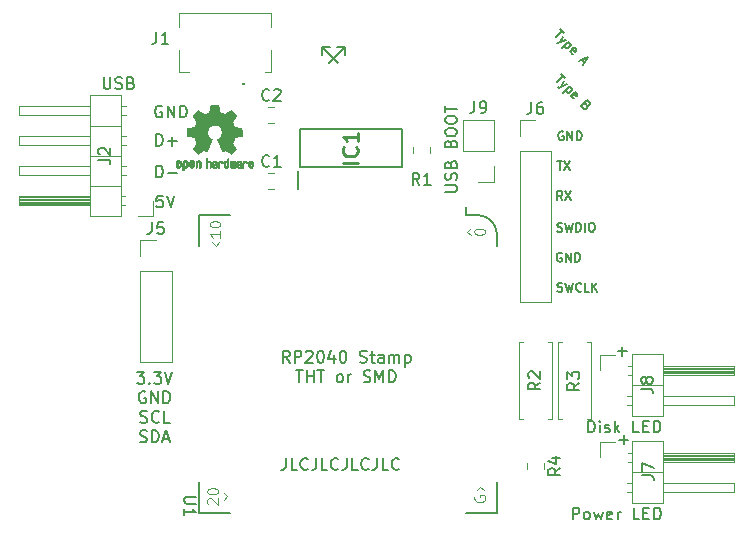
<source format=gto>
G04 #@! TF.GenerationSoftware,KiCad,Pcbnew,(5.1.6)-1*
G04 #@! TF.CreationDate,2024-01-16T16:58:56-05:00*
G04 #@! TF.ProjectId,amiga-500-usb-kb-stamp,616d6967-612d-4353-9030-2d7573622d6b,rev?*
G04 #@! TF.SameCoordinates,Original*
G04 #@! TF.FileFunction,Legend,Top*
G04 #@! TF.FilePolarity,Positive*
%FSLAX46Y46*%
G04 Gerber Fmt 4.6, Leading zero omitted, Abs format (unit mm)*
G04 Created by KiCad (PCBNEW (5.1.6)-1) date 2024-01-16 16:58:56*
%MOMM*%
%LPD*%
G01*
G04 APERTURE LIST*
%ADD10C,0.150000*%
%ADD11C,0.010000*%
%ADD12C,0.120000*%
%ADD13C,0.200000*%
%ADD14C,0.100000*%
%ADD15C,0.254000*%
%ADD16R,0.750000X1.625000*%
%ADD17R,0.500000X1.500000*%
%ADD18C,1.950000*%
%ADD19R,1.850000X2.000000*%
%ADD20R,1.250000X1.550000*%
%ADD21R,1.800000X1.800000*%
%ADD22O,1.800000X1.800000*%
%ADD23C,1.700000*%
%ADD24O,1.700000X1.700000*%
%ADD25O,1.450000X1.450000*%
%ADD26R,2.900000X1.600000*%
%ADD27R,1.600000X2.900000*%
%ADD28C,1.450000*%
G04 APERTURE END LIST*
D10*
X131079809Y-76930333D02*
X129746476Y-78263666D01*
X131079809Y-77597000D02*
X131079809Y-76930333D01*
X130413142Y-76930333D01*
X129127333Y-76946190D02*
X130460666Y-78279523D01*
X129794000Y-76946190D02*
X129127333Y-76946190D01*
X129127333Y-77612857D01*
X149370474Y-79193636D02*
X149673520Y-79496682D01*
X148991667Y-79875489D02*
X149521997Y-79345159D01*
X149623012Y-79799728D02*
X149395728Y-80279550D01*
X149875550Y-80052266D02*
X149395728Y-80279550D01*
X149218951Y-80355312D01*
X149168443Y-80355312D01*
X149092682Y-80330058D01*
X150077581Y-80254296D02*
X149547251Y-80784626D01*
X150052327Y-80279550D02*
X150128088Y-80304804D01*
X150229104Y-80405819D01*
X150254357Y-80481581D01*
X150254357Y-80532088D01*
X150229104Y-80607850D01*
X150077581Y-80759373D01*
X150001819Y-80784626D01*
X149951312Y-80784626D01*
X149875550Y-80759373D01*
X149774535Y-80658357D01*
X149749281Y-80582596D01*
X150431134Y-81264449D02*
X150355373Y-81239195D01*
X150254357Y-81138180D01*
X150229104Y-81062418D01*
X150254357Y-80986657D01*
X150456388Y-80784626D01*
X150532149Y-80759373D01*
X150607911Y-80784626D01*
X150708926Y-80885642D01*
X150734180Y-80961403D01*
X150708926Y-81037165D01*
X150658418Y-81087672D01*
X150355373Y-80885642D01*
X151517048Y-81845287D02*
X151567556Y-81946302D01*
X151567556Y-81996809D01*
X151542302Y-82072571D01*
X151466540Y-82148332D01*
X151390779Y-82173586D01*
X151340271Y-82173586D01*
X151264510Y-82148332D01*
X151062479Y-81946302D01*
X151592809Y-81415972D01*
X151769586Y-81592748D01*
X151794840Y-81668510D01*
X151794840Y-81719018D01*
X151769586Y-81794779D01*
X151719079Y-81845287D01*
X151643317Y-81870540D01*
X151592809Y-81870540D01*
X151517048Y-81845287D01*
X151340271Y-81668510D01*
X149281355Y-75421517D02*
X149584400Y-75724563D01*
X148902547Y-76103370D02*
X149432877Y-75573040D01*
X149533893Y-76027608D02*
X149306608Y-76507431D01*
X149786431Y-76280147D02*
X149306608Y-76507431D01*
X149129832Y-76583192D01*
X149079324Y-76583192D01*
X149003563Y-76557938D01*
X149988461Y-76482177D02*
X149458131Y-77012507D01*
X149963208Y-76507431D02*
X150038969Y-76532685D01*
X150139984Y-76633700D01*
X150165238Y-76709461D01*
X150165238Y-76759969D01*
X150139984Y-76835730D01*
X149988461Y-76987253D01*
X149912700Y-77012507D01*
X149862192Y-77012507D01*
X149786431Y-76987253D01*
X149685416Y-76886238D01*
X149660162Y-76810477D01*
X150342015Y-77492330D02*
X150266253Y-77467076D01*
X150165238Y-77366061D01*
X150139984Y-77290299D01*
X150165238Y-77214538D01*
X150367269Y-77012507D01*
X150443030Y-76987253D01*
X150518791Y-77012507D01*
X150619807Y-77113522D01*
X150645061Y-77189284D01*
X150619807Y-77265045D01*
X150569299Y-77315553D01*
X150266253Y-77113522D01*
X151099629Y-77997406D02*
X151352167Y-78249944D01*
X150897599Y-78098421D02*
X151604705Y-77744868D01*
X151251152Y-78451975D01*
X126381476Y-103640380D02*
X126048142Y-103164190D01*
X125810047Y-103640380D02*
X125810047Y-102640380D01*
X126191000Y-102640380D01*
X126286238Y-102688000D01*
X126333857Y-102735619D01*
X126381476Y-102830857D01*
X126381476Y-102973714D01*
X126333857Y-103068952D01*
X126286238Y-103116571D01*
X126191000Y-103164190D01*
X125810047Y-103164190D01*
X126810047Y-103640380D02*
X126810047Y-102640380D01*
X127191000Y-102640380D01*
X127286238Y-102688000D01*
X127333857Y-102735619D01*
X127381476Y-102830857D01*
X127381476Y-102973714D01*
X127333857Y-103068952D01*
X127286238Y-103116571D01*
X127191000Y-103164190D01*
X126810047Y-103164190D01*
X127762428Y-102735619D02*
X127810047Y-102688000D01*
X127905285Y-102640380D01*
X128143380Y-102640380D01*
X128238619Y-102688000D01*
X128286238Y-102735619D01*
X128333857Y-102830857D01*
X128333857Y-102926095D01*
X128286238Y-103068952D01*
X127714809Y-103640380D01*
X128333857Y-103640380D01*
X128952904Y-102640380D02*
X129048142Y-102640380D01*
X129143380Y-102688000D01*
X129191000Y-102735619D01*
X129238619Y-102830857D01*
X129286238Y-103021333D01*
X129286238Y-103259428D01*
X129238619Y-103449904D01*
X129191000Y-103545142D01*
X129143380Y-103592761D01*
X129048142Y-103640380D01*
X128952904Y-103640380D01*
X128857666Y-103592761D01*
X128810047Y-103545142D01*
X128762428Y-103449904D01*
X128714809Y-103259428D01*
X128714809Y-103021333D01*
X128762428Y-102830857D01*
X128810047Y-102735619D01*
X128857666Y-102688000D01*
X128952904Y-102640380D01*
X130143380Y-102973714D02*
X130143380Y-103640380D01*
X129905285Y-102592761D02*
X129667190Y-103307047D01*
X130286238Y-103307047D01*
X130857666Y-102640380D02*
X130952904Y-102640380D01*
X131048142Y-102688000D01*
X131095761Y-102735619D01*
X131143380Y-102830857D01*
X131191000Y-103021333D01*
X131191000Y-103259428D01*
X131143380Y-103449904D01*
X131095761Y-103545142D01*
X131048142Y-103592761D01*
X130952904Y-103640380D01*
X130857666Y-103640380D01*
X130762428Y-103592761D01*
X130714809Y-103545142D01*
X130667190Y-103449904D01*
X130619571Y-103259428D01*
X130619571Y-103021333D01*
X130667190Y-102830857D01*
X130714809Y-102735619D01*
X130762428Y-102688000D01*
X130857666Y-102640380D01*
X132333857Y-103592761D02*
X132476714Y-103640380D01*
X132714809Y-103640380D01*
X132810047Y-103592761D01*
X132857666Y-103545142D01*
X132905285Y-103449904D01*
X132905285Y-103354666D01*
X132857666Y-103259428D01*
X132810047Y-103211809D01*
X132714809Y-103164190D01*
X132524333Y-103116571D01*
X132429095Y-103068952D01*
X132381476Y-103021333D01*
X132333857Y-102926095D01*
X132333857Y-102830857D01*
X132381476Y-102735619D01*
X132429095Y-102688000D01*
X132524333Y-102640380D01*
X132762428Y-102640380D01*
X132905285Y-102688000D01*
X133191000Y-102973714D02*
X133571952Y-102973714D01*
X133333857Y-102640380D02*
X133333857Y-103497523D01*
X133381476Y-103592761D01*
X133476714Y-103640380D01*
X133571952Y-103640380D01*
X134333857Y-103640380D02*
X134333857Y-103116571D01*
X134286238Y-103021333D01*
X134191000Y-102973714D01*
X134000523Y-102973714D01*
X133905285Y-103021333D01*
X134333857Y-103592761D02*
X134238619Y-103640380D01*
X134000523Y-103640380D01*
X133905285Y-103592761D01*
X133857666Y-103497523D01*
X133857666Y-103402285D01*
X133905285Y-103307047D01*
X134000523Y-103259428D01*
X134238619Y-103259428D01*
X134333857Y-103211809D01*
X134810047Y-103640380D02*
X134810047Y-102973714D01*
X134810047Y-103068952D02*
X134857666Y-103021333D01*
X134952904Y-102973714D01*
X135095761Y-102973714D01*
X135191000Y-103021333D01*
X135238619Y-103116571D01*
X135238619Y-103640380D01*
X135238619Y-103116571D02*
X135286238Y-103021333D01*
X135381476Y-102973714D01*
X135524333Y-102973714D01*
X135619571Y-103021333D01*
X135667190Y-103116571D01*
X135667190Y-103640380D01*
X136143380Y-102973714D02*
X136143380Y-103973714D01*
X136143380Y-103021333D02*
X136238619Y-102973714D01*
X136429095Y-102973714D01*
X136524333Y-103021333D01*
X136571952Y-103068952D01*
X136619571Y-103164190D01*
X136619571Y-103449904D01*
X136571952Y-103545142D01*
X136524333Y-103592761D01*
X136429095Y-103640380D01*
X136238619Y-103640380D01*
X136143380Y-103592761D01*
X126929095Y-104290380D02*
X127500523Y-104290380D01*
X127214809Y-105290380D02*
X127214809Y-104290380D01*
X127833857Y-105290380D02*
X127833857Y-104290380D01*
X127833857Y-104766571D02*
X128405285Y-104766571D01*
X128405285Y-105290380D02*
X128405285Y-104290380D01*
X128738619Y-104290380D02*
X129310047Y-104290380D01*
X129024333Y-105290380D02*
X129024333Y-104290380D01*
X130548142Y-105290380D02*
X130452904Y-105242761D01*
X130405285Y-105195142D01*
X130357666Y-105099904D01*
X130357666Y-104814190D01*
X130405285Y-104718952D01*
X130452904Y-104671333D01*
X130548142Y-104623714D01*
X130691000Y-104623714D01*
X130786238Y-104671333D01*
X130833857Y-104718952D01*
X130881476Y-104814190D01*
X130881476Y-105099904D01*
X130833857Y-105195142D01*
X130786238Y-105242761D01*
X130691000Y-105290380D01*
X130548142Y-105290380D01*
X131310047Y-105290380D02*
X131310047Y-104623714D01*
X131310047Y-104814190D02*
X131357666Y-104718952D01*
X131405285Y-104671333D01*
X131500523Y-104623714D01*
X131595761Y-104623714D01*
X132643380Y-105242761D02*
X132786238Y-105290380D01*
X133024333Y-105290380D01*
X133119571Y-105242761D01*
X133167190Y-105195142D01*
X133214809Y-105099904D01*
X133214809Y-105004666D01*
X133167190Y-104909428D01*
X133119571Y-104861809D01*
X133024333Y-104814190D01*
X132833857Y-104766571D01*
X132738619Y-104718952D01*
X132691000Y-104671333D01*
X132643380Y-104576095D01*
X132643380Y-104480857D01*
X132691000Y-104385619D01*
X132738619Y-104338000D01*
X132833857Y-104290380D01*
X133071952Y-104290380D01*
X133214809Y-104338000D01*
X133643380Y-105290380D02*
X133643380Y-104290380D01*
X133976714Y-105004666D01*
X134310047Y-104290380D01*
X134310047Y-105290380D01*
X134786238Y-105290380D02*
X134786238Y-104290380D01*
X135024333Y-104290380D01*
X135167190Y-104338000D01*
X135262428Y-104433238D01*
X135310047Y-104528476D01*
X135357666Y-104718952D01*
X135357666Y-104861809D01*
X135310047Y-105052285D01*
X135262428Y-105147523D01*
X135167190Y-105242761D01*
X135024333Y-105290380D01*
X134786238Y-105290380D01*
X126063952Y-111720380D02*
X126063952Y-112434666D01*
X126016333Y-112577523D01*
X125921095Y-112672761D01*
X125778238Y-112720380D01*
X125683000Y-112720380D01*
X127016333Y-112720380D02*
X126540142Y-112720380D01*
X126540142Y-111720380D01*
X127921095Y-112625142D02*
X127873476Y-112672761D01*
X127730619Y-112720380D01*
X127635380Y-112720380D01*
X127492523Y-112672761D01*
X127397285Y-112577523D01*
X127349666Y-112482285D01*
X127302047Y-112291809D01*
X127302047Y-112148952D01*
X127349666Y-111958476D01*
X127397285Y-111863238D01*
X127492523Y-111768000D01*
X127635380Y-111720380D01*
X127730619Y-111720380D01*
X127873476Y-111768000D01*
X127921095Y-111815619D01*
X128635380Y-111720380D02*
X128635380Y-112434666D01*
X128587761Y-112577523D01*
X128492523Y-112672761D01*
X128349666Y-112720380D01*
X128254428Y-112720380D01*
X129587761Y-112720380D02*
X129111571Y-112720380D01*
X129111571Y-111720380D01*
X130492523Y-112625142D02*
X130444904Y-112672761D01*
X130302047Y-112720380D01*
X130206809Y-112720380D01*
X130063952Y-112672761D01*
X129968714Y-112577523D01*
X129921095Y-112482285D01*
X129873476Y-112291809D01*
X129873476Y-112148952D01*
X129921095Y-111958476D01*
X129968714Y-111863238D01*
X130063952Y-111768000D01*
X130206809Y-111720380D01*
X130302047Y-111720380D01*
X130444904Y-111768000D01*
X130492523Y-111815619D01*
X131206809Y-111720380D02*
X131206809Y-112434666D01*
X131159190Y-112577523D01*
X131063952Y-112672761D01*
X130921095Y-112720380D01*
X130825857Y-112720380D01*
X132159190Y-112720380D02*
X131683000Y-112720380D01*
X131683000Y-111720380D01*
X133063952Y-112625142D02*
X133016333Y-112672761D01*
X132873476Y-112720380D01*
X132778238Y-112720380D01*
X132635380Y-112672761D01*
X132540142Y-112577523D01*
X132492523Y-112482285D01*
X132444904Y-112291809D01*
X132444904Y-112148952D01*
X132492523Y-111958476D01*
X132540142Y-111863238D01*
X132635380Y-111768000D01*
X132778238Y-111720380D01*
X132873476Y-111720380D01*
X133016333Y-111768000D01*
X133063952Y-111815619D01*
X133778238Y-111720380D02*
X133778238Y-112434666D01*
X133730619Y-112577523D01*
X133635380Y-112672761D01*
X133492523Y-112720380D01*
X133397285Y-112720380D01*
X134730619Y-112720380D02*
X134254428Y-112720380D01*
X134254428Y-111720380D01*
X135635380Y-112625142D02*
X135587761Y-112672761D01*
X135444904Y-112720380D01*
X135349666Y-112720380D01*
X135206809Y-112672761D01*
X135111571Y-112577523D01*
X135063952Y-112482285D01*
X135016333Y-112291809D01*
X135016333Y-112148952D01*
X135063952Y-111958476D01*
X135111571Y-111863238D01*
X135206809Y-111768000D01*
X135349666Y-111720380D01*
X135444904Y-111720380D01*
X135587761Y-111768000D01*
X135635380Y-111815619D01*
X115633523Y-89495380D02*
X115157333Y-89495380D01*
X115109714Y-89971571D01*
X115157333Y-89923952D01*
X115252571Y-89876333D01*
X115490666Y-89876333D01*
X115585904Y-89923952D01*
X115633523Y-89971571D01*
X115681142Y-90066809D01*
X115681142Y-90304904D01*
X115633523Y-90400142D01*
X115585904Y-90447761D01*
X115490666Y-90495380D01*
X115252571Y-90495380D01*
X115157333Y-90447761D01*
X115109714Y-90400142D01*
X115966857Y-89495380D02*
X116300190Y-90495380D01*
X116633523Y-89495380D01*
X115070047Y-87955380D02*
X115070047Y-86955380D01*
X115308142Y-86955380D01*
X115451000Y-87003000D01*
X115546238Y-87098238D01*
X115593857Y-87193476D01*
X115641476Y-87383952D01*
X115641476Y-87526809D01*
X115593857Y-87717285D01*
X115546238Y-87812523D01*
X115451000Y-87907761D01*
X115308142Y-87955380D01*
X115070047Y-87955380D01*
X116070047Y-87574428D02*
X116831952Y-87574428D01*
X115070047Y-85288380D02*
X115070047Y-84288380D01*
X115308142Y-84288380D01*
X115451000Y-84336000D01*
X115546238Y-84431238D01*
X115593857Y-84526476D01*
X115641476Y-84716952D01*
X115641476Y-84859809D01*
X115593857Y-85050285D01*
X115546238Y-85145523D01*
X115451000Y-85240761D01*
X115308142Y-85288380D01*
X115070047Y-85288380D01*
X116070047Y-84907428D02*
X116831952Y-84907428D01*
X116451000Y-85288380D02*
X116451000Y-84526476D01*
X115570095Y-81923000D02*
X115474857Y-81875380D01*
X115332000Y-81875380D01*
X115189142Y-81923000D01*
X115093904Y-82018238D01*
X115046285Y-82113476D01*
X114998666Y-82303952D01*
X114998666Y-82446809D01*
X115046285Y-82637285D01*
X115093904Y-82732523D01*
X115189142Y-82827761D01*
X115332000Y-82875380D01*
X115427238Y-82875380D01*
X115570095Y-82827761D01*
X115617714Y-82780142D01*
X115617714Y-82446809D01*
X115427238Y-82446809D01*
X116046285Y-82875380D02*
X116046285Y-81875380D01*
X116617714Y-82875380D01*
X116617714Y-81875380D01*
X117093904Y-82875380D02*
X117093904Y-81875380D01*
X117332000Y-81875380D01*
X117474857Y-81923000D01*
X117570095Y-82018238D01*
X117617714Y-82113476D01*
X117665333Y-82303952D01*
X117665333Y-82446809D01*
X117617714Y-82637285D01*
X117570095Y-82732523D01*
X117474857Y-82827761D01*
X117332000Y-82875380D01*
X117093904Y-82875380D01*
X110625095Y-79462380D02*
X110625095Y-80271904D01*
X110672714Y-80367142D01*
X110720333Y-80414761D01*
X110815571Y-80462380D01*
X111006047Y-80462380D01*
X111101285Y-80414761D01*
X111148904Y-80367142D01*
X111196523Y-80271904D01*
X111196523Y-79462380D01*
X111625095Y-80414761D02*
X111767952Y-80462380D01*
X112006047Y-80462380D01*
X112101285Y-80414761D01*
X112148904Y-80367142D01*
X112196523Y-80271904D01*
X112196523Y-80176666D01*
X112148904Y-80081428D01*
X112101285Y-80033809D01*
X112006047Y-79986190D01*
X111815571Y-79938571D01*
X111720333Y-79890952D01*
X111672714Y-79843333D01*
X111625095Y-79748095D01*
X111625095Y-79652857D01*
X111672714Y-79557619D01*
X111720333Y-79510000D01*
X111815571Y-79462380D01*
X112053666Y-79462380D01*
X112196523Y-79510000D01*
X112958428Y-79938571D02*
X113101285Y-79986190D01*
X113148904Y-80033809D01*
X113196523Y-80129047D01*
X113196523Y-80271904D01*
X113148904Y-80367142D01*
X113101285Y-80414761D01*
X113006047Y-80462380D01*
X112625095Y-80462380D01*
X112625095Y-79462380D01*
X112958428Y-79462380D01*
X113053666Y-79510000D01*
X113101285Y-79557619D01*
X113148904Y-79652857D01*
X113148904Y-79748095D01*
X113101285Y-79843333D01*
X113053666Y-79890952D01*
X112958428Y-79938571D01*
X112625095Y-79938571D01*
X113458809Y-104419380D02*
X114077857Y-104419380D01*
X113744523Y-104800333D01*
X113887380Y-104800333D01*
X113982619Y-104847952D01*
X114030238Y-104895571D01*
X114077857Y-104990809D01*
X114077857Y-105228904D01*
X114030238Y-105324142D01*
X113982619Y-105371761D01*
X113887380Y-105419380D01*
X113601666Y-105419380D01*
X113506428Y-105371761D01*
X113458809Y-105324142D01*
X114506428Y-105324142D02*
X114554047Y-105371761D01*
X114506428Y-105419380D01*
X114458809Y-105371761D01*
X114506428Y-105324142D01*
X114506428Y-105419380D01*
X114887380Y-104419380D02*
X115506428Y-104419380D01*
X115173095Y-104800333D01*
X115315952Y-104800333D01*
X115411190Y-104847952D01*
X115458809Y-104895571D01*
X115506428Y-104990809D01*
X115506428Y-105228904D01*
X115458809Y-105324142D01*
X115411190Y-105371761D01*
X115315952Y-105419380D01*
X115030238Y-105419380D01*
X114935000Y-105371761D01*
X114887380Y-105324142D01*
X115792142Y-104419380D02*
X116125476Y-105419380D01*
X116458809Y-104419380D01*
X114173095Y-106117000D02*
X114077857Y-106069380D01*
X113935000Y-106069380D01*
X113792142Y-106117000D01*
X113696904Y-106212238D01*
X113649285Y-106307476D01*
X113601666Y-106497952D01*
X113601666Y-106640809D01*
X113649285Y-106831285D01*
X113696904Y-106926523D01*
X113792142Y-107021761D01*
X113935000Y-107069380D01*
X114030238Y-107069380D01*
X114173095Y-107021761D01*
X114220714Y-106974142D01*
X114220714Y-106640809D01*
X114030238Y-106640809D01*
X114649285Y-107069380D02*
X114649285Y-106069380D01*
X115220714Y-107069380D01*
X115220714Y-106069380D01*
X115696904Y-107069380D02*
X115696904Y-106069380D01*
X115935000Y-106069380D01*
X116077857Y-106117000D01*
X116173095Y-106212238D01*
X116220714Y-106307476D01*
X116268333Y-106497952D01*
X116268333Y-106640809D01*
X116220714Y-106831285D01*
X116173095Y-106926523D01*
X116077857Y-107021761D01*
X115935000Y-107069380D01*
X115696904Y-107069380D01*
X113744523Y-108671761D02*
X113887380Y-108719380D01*
X114125476Y-108719380D01*
X114220714Y-108671761D01*
X114268333Y-108624142D01*
X114315952Y-108528904D01*
X114315952Y-108433666D01*
X114268333Y-108338428D01*
X114220714Y-108290809D01*
X114125476Y-108243190D01*
X113935000Y-108195571D01*
X113839761Y-108147952D01*
X113792142Y-108100333D01*
X113744523Y-108005095D01*
X113744523Y-107909857D01*
X113792142Y-107814619D01*
X113839761Y-107767000D01*
X113935000Y-107719380D01*
X114173095Y-107719380D01*
X114315952Y-107767000D01*
X115315952Y-108624142D02*
X115268333Y-108671761D01*
X115125476Y-108719380D01*
X115030238Y-108719380D01*
X114887380Y-108671761D01*
X114792142Y-108576523D01*
X114744523Y-108481285D01*
X114696904Y-108290809D01*
X114696904Y-108147952D01*
X114744523Y-107957476D01*
X114792142Y-107862238D01*
X114887380Y-107767000D01*
X115030238Y-107719380D01*
X115125476Y-107719380D01*
X115268333Y-107767000D01*
X115315952Y-107814619D01*
X116220714Y-108719380D02*
X115744523Y-108719380D01*
X115744523Y-107719380D01*
X113720714Y-110321761D02*
X113863571Y-110369380D01*
X114101666Y-110369380D01*
X114196904Y-110321761D01*
X114244523Y-110274142D01*
X114292142Y-110178904D01*
X114292142Y-110083666D01*
X114244523Y-109988428D01*
X114196904Y-109940809D01*
X114101666Y-109893190D01*
X113911190Y-109845571D01*
X113815952Y-109797952D01*
X113768333Y-109750333D01*
X113720714Y-109655095D01*
X113720714Y-109559857D01*
X113768333Y-109464619D01*
X113815952Y-109417000D01*
X113911190Y-109369380D01*
X114149285Y-109369380D01*
X114292142Y-109417000D01*
X114720714Y-110369380D02*
X114720714Y-109369380D01*
X114958809Y-109369380D01*
X115101666Y-109417000D01*
X115196904Y-109512238D01*
X115244523Y-109607476D01*
X115292142Y-109797952D01*
X115292142Y-109940809D01*
X115244523Y-110131285D01*
X115196904Y-110226523D01*
X115101666Y-110321761D01*
X114958809Y-110369380D01*
X114720714Y-110369380D01*
X115673095Y-110083666D02*
X116149285Y-110083666D01*
X115577857Y-110369380D02*
X115911190Y-109369380D01*
X116244523Y-110369380D01*
X149052571Y-97585571D02*
X149159714Y-97621285D01*
X149338285Y-97621285D01*
X149409714Y-97585571D01*
X149445428Y-97549857D01*
X149481142Y-97478428D01*
X149481142Y-97407000D01*
X149445428Y-97335571D01*
X149409714Y-97299857D01*
X149338285Y-97264142D01*
X149195428Y-97228428D01*
X149124000Y-97192714D01*
X149088285Y-97157000D01*
X149052571Y-97085571D01*
X149052571Y-97014142D01*
X149088285Y-96942714D01*
X149124000Y-96907000D01*
X149195428Y-96871285D01*
X149374000Y-96871285D01*
X149481142Y-96907000D01*
X149731142Y-96871285D02*
X149909714Y-97621285D01*
X150052571Y-97085571D01*
X150195428Y-97621285D01*
X150374000Y-96871285D01*
X151088285Y-97549857D02*
X151052571Y-97585571D01*
X150945428Y-97621285D01*
X150874000Y-97621285D01*
X150766857Y-97585571D01*
X150695428Y-97514142D01*
X150659714Y-97442714D01*
X150624000Y-97299857D01*
X150624000Y-97192714D01*
X150659714Y-97049857D01*
X150695428Y-96978428D01*
X150766857Y-96907000D01*
X150874000Y-96871285D01*
X150945428Y-96871285D01*
X151052571Y-96907000D01*
X151088285Y-96942714D01*
X151766857Y-97621285D02*
X151409714Y-97621285D01*
X151409714Y-96871285D01*
X152016857Y-97621285D02*
X152016857Y-96871285D01*
X152445428Y-97621285D02*
X152124000Y-97192714D01*
X152445428Y-96871285D02*
X152016857Y-97299857D01*
X149415571Y-94367000D02*
X149344142Y-94331285D01*
X149237000Y-94331285D01*
X149129857Y-94367000D01*
X149058428Y-94438428D01*
X149022714Y-94509857D01*
X148987000Y-94652714D01*
X148987000Y-94759857D01*
X149022714Y-94902714D01*
X149058428Y-94974142D01*
X149129857Y-95045571D01*
X149237000Y-95081285D01*
X149308428Y-95081285D01*
X149415571Y-95045571D01*
X149451285Y-95009857D01*
X149451285Y-94759857D01*
X149308428Y-94759857D01*
X149772714Y-95081285D02*
X149772714Y-94331285D01*
X150201285Y-95081285D01*
X150201285Y-94331285D01*
X150558428Y-95081285D02*
X150558428Y-94331285D01*
X150737000Y-94331285D01*
X150844142Y-94367000D01*
X150915571Y-94438428D01*
X150951285Y-94509857D01*
X150987000Y-94652714D01*
X150987000Y-94759857D01*
X150951285Y-94902714D01*
X150915571Y-94974142D01*
X150844142Y-95045571D01*
X150737000Y-95081285D01*
X150558428Y-95081285D01*
X149032714Y-92505571D02*
X149139857Y-92541285D01*
X149318428Y-92541285D01*
X149389857Y-92505571D01*
X149425571Y-92469857D01*
X149461285Y-92398428D01*
X149461285Y-92327000D01*
X149425571Y-92255571D01*
X149389857Y-92219857D01*
X149318428Y-92184142D01*
X149175571Y-92148428D01*
X149104142Y-92112714D01*
X149068428Y-92077000D01*
X149032714Y-92005571D01*
X149032714Y-91934142D01*
X149068428Y-91862714D01*
X149104142Y-91827000D01*
X149175571Y-91791285D01*
X149354142Y-91791285D01*
X149461285Y-91827000D01*
X149711285Y-91791285D02*
X149889857Y-92541285D01*
X150032714Y-92005571D01*
X150175571Y-92541285D01*
X150354142Y-91791285D01*
X150639857Y-92541285D02*
X150639857Y-91791285D01*
X150818428Y-91791285D01*
X150925571Y-91827000D01*
X150997000Y-91898428D01*
X151032714Y-91969857D01*
X151068428Y-92112714D01*
X151068428Y-92219857D01*
X151032714Y-92362714D01*
X150997000Y-92434142D01*
X150925571Y-92505571D01*
X150818428Y-92541285D01*
X150639857Y-92541285D01*
X151389857Y-92541285D02*
X151389857Y-91791285D01*
X151889857Y-91791285D02*
X152032714Y-91791285D01*
X152104142Y-91827000D01*
X152175571Y-91898428D01*
X152211285Y-92041285D01*
X152211285Y-92291285D01*
X152175571Y-92434142D01*
X152104142Y-92505571D01*
X152032714Y-92541285D01*
X151889857Y-92541285D01*
X151818428Y-92505571D01*
X151747000Y-92434142D01*
X151711285Y-92291285D01*
X151711285Y-92041285D01*
X151747000Y-91898428D01*
X151818428Y-91827000D01*
X151889857Y-91791285D01*
X149481000Y-89874285D02*
X149231000Y-89517142D01*
X149052428Y-89874285D02*
X149052428Y-89124285D01*
X149338142Y-89124285D01*
X149409571Y-89160000D01*
X149445285Y-89195714D01*
X149481000Y-89267142D01*
X149481000Y-89374285D01*
X149445285Y-89445714D01*
X149409571Y-89481428D01*
X149338142Y-89517142D01*
X149052428Y-89517142D01*
X149731000Y-89124285D02*
X150231000Y-89874285D01*
X150231000Y-89124285D02*
X149731000Y-89874285D01*
X149034571Y-86584285D02*
X149463142Y-86584285D01*
X149248857Y-87334285D02*
X149248857Y-86584285D01*
X149641714Y-86584285D02*
X150141714Y-87334285D01*
X150141714Y-86584285D02*
X149641714Y-87334285D01*
X149542571Y-84080000D02*
X149471142Y-84044285D01*
X149364000Y-84044285D01*
X149256857Y-84080000D01*
X149185428Y-84151428D01*
X149149714Y-84222857D01*
X149114000Y-84365714D01*
X149114000Y-84472857D01*
X149149714Y-84615714D01*
X149185428Y-84687142D01*
X149256857Y-84758571D01*
X149364000Y-84794285D01*
X149435428Y-84794285D01*
X149542571Y-84758571D01*
X149578285Y-84722857D01*
X149578285Y-84472857D01*
X149435428Y-84472857D01*
X149899714Y-84794285D02*
X149899714Y-84044285D01*
X150328285Y-84794285D01*
X150328285Y-84044285D01*
X150685428Y-84794285D02*
X150685428Y-84044285D01*
X150864000Y-84044285D01*
X150971142Y-84080000D01*
X151042571Y-84151428D01*
X151078285Y-84222857D01*
X151114000Y-84365714D01*
X151114000Y-84472857D01*
X151078285Y-84615714D01*
X151042571Y-84687142D01*
X150971142Y-84758571D01*
X150864000Y-84794285D01*
X150685428Y-84794285D01*
X139533380Y-89169428D02*
X140342904Y-89169428D01*
X140438142Y-89121809D01*
X140485761Y-89074190D01*
X140533380Y-88978952D01*
X140533380Y-88788476D01*
X140485761Y-88693238D01*
X140438142Y-88645619D01*
X140342904Y-88598000D01*
X139533380Y-88598000D01*
X140485761Y-88169428D02*
X140533380Y-88026571D01*
X140533380Y-87788476D01*
X140485761Y-87693238D01*
X140438142Y-87645619D01*
X140342904Y-87598000D01*
X140247666Y-87598000D01*
X140152428Y-87645619D01*
X140104809Y-87693238D01*
X140057190Y-87788476D01*
X140009571Y-87978952D01*
X139961952Y-88074190D01*
X139914333Y-88121809D01*
X139819095Y-88169428D01*
X139723857Y-88169428D01*
X139628619Y-88121809D01*
X139581000Y-88074190D01*
X139533380Y-87978952D01*
X139533380Y-87740857D01*
X139581000Y-87598000D01*
X140009571Y-86836095D02*
X140057190Y-86693238D01*
X140104809Y-86645619D01*
X140200047Y-86598000D01*
X140342904Y-86598000D01*
X140438142Y-86645619D01*
X140485761Y-86693238D01*
X140533380Y-86788476D01*
X140533380Y-87169428D01*
X139533380Y-87169428D01*
X139533380Y-86836095D01*
X139581000Y-86740857D01*
X139628619Y-86693238D01*
X139723857Y-86645619D01*
X139819095Y-86645619D01*
X139914333Y-86693238D01*
X139961952Y-86740857D01*
X140009571Y-86836095D01*
X140009571Y-87169428D01*
X140009571Y-85074190D02*
X140057190Y-84931333D01*
X140104809Y-84883714D01*
X140200047Y-84836095D01*
X140342904Y-84836095D01*
X140438142Y-84883714D01*
X140485761Y-84931333D01*
X140533380Y-85026571D01*
X140533380Y-85407523D01*
X139533380Y-85407523D01*
X139533380Y-85074190D01*
X139581000Y-84978952D01*
X139628619Y-84931333D01*
X139723857Y-84883714D01*
X139819095Y-84883714D01*
X139914333Y-84931333D01*
X139961952Y-84978952D01*
X140009571Y-85074190D01*
X140009571Y-85407523D01*
X139533380Y-84217047D02*
X139533380Y-84026571D01*
X139581000Y-83931333D01*
X139676238Y-83836095D01*
X139866714Y-83788476D01*
X140200047Y-83788476D01*
X140390523Y-83836095D01*
X140485761Y-83931333D01*
X140533380Y-84026571D01*
X140533380Y-84217047D01*
X140485761Y-84312285D01*
X140390523Y-84407523D01*
X140200047Y-84455142D01*
X139866714Y-84455142D01*
X139676238Y-84407523D01*
X139581000Y-84312285D01*
X139533380Y-84217047D01*
X139533380Y-83169428D02*
X139533380Y-82978952D01*
X139581000Y-82883714D01*
X139676238Y-82788476D01*
X139866714Y-82740857D01*
X140200047Y-82740857D01*
X140390523Y-82788476D01*
X140485761Y-82883714D01*
X140533380Y-82978952D01*
X140533380Y-83169428D01*
X140485761Y-83264666D01*
X140390523Y-83359904D01*
X140200047Y-83407523D01*
X139866714Y-83407523D01*
X139676238Y-83359904D01*
X139581000Y-83264666D01*
X139533380Y-83169428D01*
X139533380Y-82455142D02*
X139533380Y-81883714D01*
X140533380Y-82169428D02*
X139533380Y-82169428D01*
X154305047Y-110180428D02*
X155066952Y-110180428D01*
X154686000Y-110561380D02*
X154686000Y-109799476D01*
X154178047Y-102687428D02*
X154939952Y-102687428D01*
X154559000Y-103068380D02*
X154559000Y-102306476D01*
X151638380Y-109545380D02*
X151638380Y-108545380D01*
X151876476Y-108545380D01*
X152019333Y-108593000D01*
X152114571Y-108688238D01*
X152162190Y-108783476D01*
X152209809Y-108973952D01*
X152209809Y-109116809D01*
X152162190Y-109307285D01*
X152114571Y-109402523D01*
X152019333Y-109497761D01*
X151876476Y-109545380D01*
X151638380Y-109545380D01*
X152638380Y-109545380D02*
X152638380Y-108878714D01*
X152638380Y-108545380D02*
X152590761Y-108593000D01*
X152638380Y-108640619D01*
X152686000Y-108593000D01*
X152638380Y-108545380D01*
X152638380Y-108640619D01*
X153066952Y-109497761D02*
X153162190Y-109545380D01*
X153352666Y-109545380D01*
X153447904Y-109497761D01*
X153495523Y-109402523D01*
X153495523Y-109354904D01*
X153447904Y-109259666D01*
X153352666Y-109212047D01*
X153209809Y-109212047D01*
X153114571Y-109164428D01*
X153066952Y-109069190D01*
X153066952Y-109021571D01*
X153114571Y-108926333D01*
X153209809Y-108878714D01*
X153352666Y-108878714D01*
X153447904Y-108926333D01*
X153924095Y-109545380D02*
X153924095Y-108545380D01*
X154019333Y-109164428D02*
X154305047Y-109545380D01*
X154305047Y-108878714D02*
X153924095Y-109259666D01*
X155971714Y-109545380D02*
X155495523Y-109545380D01*
X155495523Y-108545380D01*
X156305047Y-109021571D02*
X156638380Y-109021571D01*
X156781238Y-109545380D02*
X156305047Y-109545380D01*
X156305047Y-108545380D01*
X156781238Y-108545380D01*
X157209809Y-109545380D02*
X157209809Y-108545380D01*
X157447904Y-108545380D01*
X157590761Y-108593000D01*
X157686000Y-108688238D01*
X157733619Y-108783476D01*
X157781238Y-108973952D01*
X157781238Y-109116809D01*
X157733619Y-109307285D01*
X157686000Y-109402523D01*
X157590761Y-109497761D01*
X157447904Y-109545380D01*
X157209809Y-109545380D01*
X150336714Y-116911380D02*
X150336714Y-115911380D01*
X150717666Y-115911380D01*
X150812904Y-115959000D01*
X150860523Y-116006619D01*
X150908142Y-116101857D01*
X150908142Y-116244714D01*
X150860523Y-116339952D01*
X150812904Y-116387571D01*
X150717666Y-116435190D01*
X150336714Y-116435190D01*
X151479571Y-116911380D02*
X151384333Y-116863761D01*
X151336714Y-116816142D01*
X151289095Y-116720904D01*
X151289095Y-116435190D01*
X151336714Y-116339952D01*
X151384333Y-116292333D01*
X151479571Y-116244714D01*
X151622428Y-116244714D01*
X151717666Y-116292333D01*
X151765285Y-116339952D01*
X151812904Y-116435190D01*
X151812904Y-116720904D01*
X151765285Y-116816142D01*
X151717666Y-116863761D01*
X151622428Y-116911380D01*
X151479571Y-116911380D01*
X152146238Y-116244714D02*
X152336714Y-116911380D01*
X152527190Y-116435190D01*
X152717666Y-116911380D01*
X152908142Y-116244714D01*
X153670047Y-116863761D02*
X153574809Y-116911380D01*
X153384333Y-116911380D01*
X153289095Y-116863761D01*
X153241476Y-116768523D01*
X153241476Y-116387571D01*
X153289095Y-116292333D01*
X153384333Y-116244714D01*
X153574809Y-116244714D01*
X153670047Y-116292333D01*
X153717666Y-116387571D01*
X153717666Y-116482809D01*
X153241476Y-116578047D01*
X154146238Y-116911380D02*
X154146238Y-116244714D01*
X154146238Y-116435190D02*
X154193857Y-116339952D01*
X154241476Y-116292333D01*
X154336714Y-116244714D01*
X154431952Y-116244714D01*
X156003380Y-116911380D02*
X155527190Y-116911380D01*
X155527190Y-115911380D01*
X156336714Y-116387571D02*
X156670047Y-116387571D01*
X156812904Y-116911380D02*
X156336714Y-116911380D01*
X156336714Y-115911380D01*
X156812904Y-115911380D01*
X157241476Y-116911380D02*
X157241476Y-115911380D01*
X157479571Y-115911380D01*
X157622428Y-115959000D01*
X157717666Y-116054238D01*
X157765285Y-116149476D01*
X157812904Y-116339952D01*
X157812904Y-116482809D01*
X157765285Y-116673285D01*
X157717666Y-116768523D01*
X157622428Y-116863761D01*
X157479571Y-116911380D01*
X157241476Y-116911380D01*
D11*
G36*
X120118910Y-81824348D02*
G01*
X120197454Y-81824778D01*
X120254298Y-81825942D01*
X120293105Y-81828207D01*
X120317538Y-81831940D01*
X120331262Y-81837506D01*
X120337940Y-81845273D01*
X120341236Y-81855605D01*
X120341556Y-81856943D01*
X120346562Y-81881079D01*
X120355829Y-81928701D01*
X120368392Y-81994741D01*
X120383287Y-82074128D01*
X120399551Y-82161796D01*
X120400119Y-82164875D01*
X120416410Y-82250789D01*
X120431652Y-82326696D01*
X120444861Y-82388045D01*
X120455054Y-82430282D01*
X120461248Y-82448855D01*
X120461543Y-82449184D01*
X120479788Y-82458253D01*
X120517405Y-82473367D01*
X120566271Y-82491262D01*
X120566543Y-82491358D01*
X120628093Y-82514493D01*
X120700657Y-82543965D01*
X120769057Y-82573597D01*
X120772294Y-82575062D01*
X120883702Y-82625626D01*
X121130399Y-82457160D01*
X121206077Y-82405803D01*
X121274631Y-82359889D01*
X121332088Y-82322030D01*
X121374476Y-82294837D01*
X121397825Y-82280921D01*
X121400042Y-82279889D01*
X121417010Y-82284484D01*
X121448701Y-82306655D01*
X121496352Y-82347447D01*
X121561198Y-82407905D01*
X121627397Y-82472227D01*
X121691214Y-82535612D01*
X121748329Y-82593451D01*
X121795305Y-82642175D01*
X121828703Y-82678210D01*
X121845085Y-82697984D01*
X121845694Y-82699002D01*
X121847505Y-82712572D01*
X121840683Y-82734733D01*
X121823540Y-82768478D01*
X121794393Y-82816800D01*
X121751555Y-82882692D01*
X121694448Y-82967517D01*
X121643766Y-83042177D01*
X121598461Y-83109140D01*
X121561150Y-83164516D01*
X121534452Y-83204420D01*
X121520985Y-83224962D01*
X121520137Y-83226356D01*
X121521781Y-83246038D01*
X121534245Y-83284293D01*
X121555048Y-83333889D01*
X121562462Y-83349728D01*
X121594814Y-83420290D01*
X121629328Y-83500353D01*
X121657365Y-83569629D01*
X121677568Y-83621045D01*
X121693615Y-83660119D01*
X121702888Y-83680541D01*
X121704041Y-83682114D01*
X121721096Y-83684721D01*
X121761298Y-83691863D01*
X121819302Y-83702523D01*
X121889763Y-83715685D01*
X121967335Y-83730333D01*
X122046672Y-83745449D01*
X122122431Y-83760018D01*
X122189264Y-83773022D01*
X122241828Y-83783445D01*
X122274776Y-83790270D01*
X122282857Y-83792199D01*
X122291205Y-83796962D01*
X122297506Y-83807718D01*
X122302045Y-83828098D01*
X122305104Y-83861734D01*
X122306967Y-83912255D01*
X122307918Y-83983292D01*
X122308240Y-84078476D01*
X122308257Y-84117492D01*
X122308257Y-84434799D01*
X122232057Y-84449839D01*
X122189663Y-84457995D01*
X122126400Y-84469899D01*
X122049962Y-84484116D01*
X121968043Y-84499210D01*
X121945400Y-84503355D01*
X121869806Y-84518053D01*
X121803953Y-84532505D01*
X121753366Y-84545375D01*
X121723574Y-84555322D01*
X121718612Y-84558287D01*
X121706426Y-84579283D01*
X121688953Y-84619967D01*
X121669577Y-84672322D01*
X121665734Y-84683600D01*
X121640339Y-84753523D01*
X121608817Y-84832418D01*
X121577969Y-84903266D01*
X121577817Y-84903595D01*
X121526447Y-85014733D01*
X121695399Y-85263253D01*
X121864352Y-85511772D01*
X121647429Y-85729058D01*
X121581819Y-85793726D01*
X121521979Y-85850733D01*
X121471267Y-85897033D01*
X121433046Y-85929584D01*
X121410675Y-85945343D01*
X121407466Y-85946343D01*
X121388626Y-85938469D01*
X121350180Y-85916578D01*
X121296330Y-85883267D01*
X121231276Y-85841131D01*
X121160940Y-85793943D01*
X121089555Y-85745810D01*
X121025908Y-85703928D01*
X120974041Y-85670871D01*
X120937995Y-85649218D01*
X120921867Y-85641543D01*
X120902189Y-85648037D01*
X120864875Y-85665150D01*
X120817621Y-85689326D01*
X120812612Y-85692013D01*
X120748977Y-85723927D01*
X120705341Y-85739579D01*
X120678202Y-85739745D01*
X120664057Y-85725204D01*
X120663975Y-85725000D01*
X120656905Y-85707779D01*
X120640042Y-85666899D01*
X120614695Y-85605525D01*
X120582171Y-85526819D01*
X120543778Y-85433947D01*
X120500822Y-85330072D01*
X120459222Y-85229502D01*
X120413504Y-85118516D01*
X120371526Y-85015703D01*
X120334548Y-84924215D01*
X120303827Y-84847201D01*
X120280622Y-84787815D01*
X120266190Y-84749209D01*
X120261743Y-84734800D01*
X120272896Y-84718272D01*
X120302069Y-84691930D01*
X120340971Y-84662887D01*
X120451757Y-84571039D01*
X120538351Y-84465759D01*
X120599716Y-84349266D01*
X120634815Y-84223776D01*
X120642608Y-84091507D01*
X120636943Y-84030457D01*
X120606078Y-83903795D01*
X120552920Y-83791941D01*
X120480767Y-83696001D01*
X120392917Y-83617076D01*
X120292665Y-83556270D01*
X120183310Y-83514687D01*
X120068147Y-83493428D01*
X119950475Y-83493599D01*
X119833590Y-83516301D01*
X119720789Y-83562638D01*
X119615369Y-83633713D01*
X119571368Y-83673911D01*
X119486979Y-83777129D01*
X119428222Y-83889925D01*
X119394704Y-84009010D01*
X119386035Y-84131095D01*
X119401823Y-84252893D01*
X119441678Y-84371116D01*
X119505207Y-84482475D01*
X119592021Y-84583684D01*
X119689029Y-84662887D01*
X119729437Y-84693162D01*
X119757982Y-84719219D01*
X119768257Y-84734825D01*
X119762877Y-84751843D01*
X119747575Y-84792500D01*
X119723612Y-84853642D01*
X119692244Y-84932119D01*
X119654732Y-85024780D01*
X119612333Y-85128472D01*
X119570663Y-85229526D01*
X119524690Y-85340607D01*
X119482107Y-85443541D01*
X119444221Y-85535165D01*
X119412340Y-85612316D01*
X119387771Y-85671831D01*
X119371820Y-85710544D01*
X119365910Y-85725000D01*
X119351948Y-85739685D01*
X119324940Y-85739642D01*
X119281413Y-85724099D01*
X119217890Y-85692284D01*
X119217388Y-85692013D01*
X119169560Y-85667323D01*
X119130897Y-85649338D01*
X119109095Y-85641614D01*
X119108133Y-85641543D01*
X119091721Y-85649378D01*
X119055487Y-85671165D01*
X119003474Y-85704328D01*
X118939725Y-85746291D01*
X118869060Y-85793943D01*
X118797116Y-85842191D01*
X118732274Y-85884151D01*
X118678735Y-85917227D01*
X118640697Y-85938821D01*
X118622533Y-85946343D01*
X118605808Y-85936457D01*
X118572180Y-85908826D01*
X118525010Y-85866495D01*
X118467658Y-85812505D01*
X118403484Y-85749899D01*
X118382497Y-85728983D01*
X118165499Y-85511623D01*
X118330668Y-85269220D01*
X118380864Y-85194781D01*
X118424919Y-85127972D01*
X118460362Y-85072665D01*
X118484719Y-85032729D01*
X118495522Y-85012036D01*
X118495838Y-85010563D01*
X118490143Y-84991058D01*
X118474826Y-84951822D01*
X118452537Y-84899430D01*
X118436893Y-84864355D01*
X118407641Y-84797201D01*
X118380094Y-84729358D01*
X118358737Y-84672034D01*
X118352935Y-84654572D01*
X118336452Y-84607938D01*
X118320340Y-84571905D01*
X118311490Y-84558287D01*
X118291960Y-84549952D01*
X118249334Y-84538137D01*
X118189145Y-84524181D01*
X118116922Y-84509422D01*
X118084600Y-84503355D01*
X118002522Y-84488273D01*
X117923795Y-84473669D01*
X117856109Y-84460980D01*
X117807160Y-84451642D01*
X117797943Y-84449839D01*
X117721743Y-84434799D01*
X117721743Y-84117492D01*
X117721914Y-84013154D01*
X117722616Y-83934213D01*
X117724134Y-83877038D01*
X117726749Y-83837999D01*
X117730746Y-83813465D01*
X117736409Y-83799805D01*
X117744020Y-83793389D01*
X117747143Y-83792199D01*
X117765978Y-83787980D01*
X117807588Y-83779562D01*
X117866630Y-83767961D01*
X117937757Y-83754195D01*
X118015625Y-83739280D01*
X118094887Y-83724232D01*
X118170198Y-83710069D01*
X118236213Y-83697806D01*
X118287587Y-83688461D01*
X118318975Y-83683050D01*
X118325959Y-83682114D01*
X118332285Y-83669596D01*
X118346290Y-83636246D01*
X118365355Y-83588377D01*
X118372634Y-83569629D01*
X118401996Y-83497195D01*
X118436571Y-83417170D01*
X118467537Y-83349728D01*
X118490323Y-83298159D01*
X118505482Y-83255785D01*
X118510542Y-83229834D01*
X118509736Y-83226356D01*
X118499041Y-83209936D01*
X118474620Y-83173417D01*
X118439095Y-83120687D01*
X118395087Y-83055635D01*
X118345217Y-82982151D01*
X118335356Y-82967645D01*
X118277492Y-82881704D01*
X118234956Y-82816261D01*
X118206054Y-82768304D01*
X118189090Y-82734820D01*
X118182367Y-82712795D01*
X118184190Y-82699217D01*
X118184236Y-82699131D01*
X118198586Y-82681297D01*
X118230323Y-82646817D01*
X118276010Y-82599268D01*
X118332204Y-82542222D01*
X118395468Y-82479255D01*
X118402602Y-82472227D01*
X118482330Y-82395020D01*
X118543857Y-82338330D01*
X118588421Y-82301110D01*
X118617257Y-82282315D01*
X118629958Y-82279889D01*
X118648494Y-82290471D01*
X118686961Y-82314916D01*
X118741386Y-82350612D01*
X118807798Y-82394947D01*
X118882225Y-82445311D01*
X118899601Y-82457160D01*
X119146297Y-82625626D01*
X119257706Y-82575062D01*
X119325457Y-82545595D01*
X119398183Y-82515959D01*
X119460703Y-82492330D01*
X119463457Y-82491358D01*
X119512360Y-82473457D01*
X119550057Y-82458320D01*
X119568425Y-82449210D01*
X119568456Y-82449184D01*
X119574285Y-82432717D01*
X119584192Y-82392219D01*
X119597195Y-82332242D01*
X119612309Y-82257340D01*
X119628552Y-82172064D01*
X119629881Y-82164875D01*
X119646175Y-82077014D01*
X119661133Y-81997260D01*
X119673791Y-81930681D01*
X119683186Y-81882347D01*
X119688354Y-81857325D01*
X119688444Y-81856943D01*
X119691589Y-81846299D01*
X119697704Y-81838262D01*
X119710453Y-81832467D01*
X119733500Y-81828547D01*
X119770509Y-81826135D01*
X119825144Y-81824865D01*
X119901067Y-81824371D01*
X120001944Y-81824286D01*
X120015000Y-81824286D01*
X120118910Y-81824348D01*
G37*
X120118910Y-81824348D02*
X120197454Y-81824778D01*
X120254298Y-81825942D01*
X120293105Y-81828207D01*
X120317538Y-81831940D01*
X120331262Y-81837506D01*
X120337940Y-81845273D01*
X120341236Y-81855605D01*
X120341556Y-81856943D01*
X120346562Y-81881079D01*
X120355829Y-81928701D01*
X120368392Y-81994741D01*
X120383287Y-82074128D01*
X120399551Y-82161796D01*
X120400119Y-82164875D01*
X120416410Y-82250789D01*
X120431652Y-82326696D01*
X120444861Y-82388045D01*
X120455054Y-82430282D01*
X120461248Y-82448855D01*
X120461543Y-82449184D01*
X120479788Y-82458253D01*
X120517405Y-82473367D01*
X120566271Y-82491262D01*
X120566543Y-82491358D01*
X120628093Y-82514493D01*
X120700657Y-82543965D01*
X120769057Y-82573597D01*
X120772294Y-82575062D01*
X120883702Y-82625626D01*
X121130399Y-82457160D01*
X121206077Y-82405803D01*
X121274631Y-82359889D01*
X121332088Y-82322030D01*
X121374476Y-82294837D01*
X121397825Y-82280921D01*
X121400042Y-82279889D01*
X121417010Y-82284484D01*
X121448701Y-82306655D01*
X121496352Y-82347447D01*
X121561198Y-82407905D01*
X121627397Y-82472227D01*
X121691214Y-82535612D01*
X121748329Y-82593451D01*
X121795305Y-82642175D01*
X121828703Y-82678210D01*
X121845085Y-82697984D01*
X121845694Y-82699002D01*
X121847505Y-82712572D01*
X121840683Y-82734733D01*
X121823540Y-82768478D01*
X121794393Y-82816800D01*
X121751555Y-82882692D01*
X121694448Y-82967517D01*
X121643766Y-83042177D01*
X121598461Y-83109140D01*
X121561150Y-83164516D01*
X121534452Y-83204420D01*
X121520985Y-83224962D01*
X121520137Y-83226356D01*
X121521781Y-83246038D01*
X121534245Y-83284293D01*
X121555048Y-83333889D01*
X121562462Y-83349728D01*
X121594814Y-83420290D01*
X121629328Y-83500353D01*
X121657365Y-83569629D01*
X121677568Y-83621045D01*
X121693615Y-83660119D01*
X121702888Y-83680541D01*
X121704041Y-83682114D01*
X121721096Y-83684721D01*
X121761298Y-83691863D01*
X121819302Y-83702523D01*
X121889763Y-83715685D01*
X121967335Y-83730333D01*
X122046672Y-83745449D01*
X122122431Y-83760018D01*
X122189264Y-83773022D01*
X122241828Y-83783445D01*
X122274776Y-83790270D01*
X122282857Y-83792199D01*
X122291205Y-83796962D01*
X122297506Y-83807718D01*
X122302045Y-83828098D01*
X122305104Y-83861734D01*
X122306967Y-83912255D01*
X122307918Y-83983292D01*
X122308240Y-84078476D01*
X122308257Y-84117492D01*
X122308257Y-84434799D01*
X122232057Y-84449839D01*
X122189663Y-84457995D01*
X122126400Y-84469899D01*
X122049962Y-84484116D01*
X121968043Y-84499210D01*
X121945400Y-84503355D01*
X121869806Y-84518053D01*
X121803953Y-84532505D01*
X121753366Y-84545375D01*
X121723574Y-84555322D01*
X121718612Y-84558287D01*
X121706426Y-84579283D01*
X121688953Y-84619967D01*
X121669577Y-84672322D01*
X121665734Y-84683600D01*
X121640339Y-84753523D01*
X121608817Y-84832418D01*
X121577969Y-84903266D01*
X121577817Y-84903595D01*
X121526447Y-85014733D01*
X121695399Y-85263253D01*
X121864352Y-85511772D01*
X121647429Y-85729058D01*
X121581819Y-85793726D01*
X121521979Y-85850733D01*
X121471267Y-85897033D01*
X121433046Y-85929584D01*
X121410675Y-85945343D01*
X121407466Y-85946343D01*
X121388626Y-85938469D01*
X121350180Y-85916578D01*
X121296330Y-85883267D01*
X121231276Y-85841131D01*
X121160940Y-85793943D01*
X121089555Y-85745810D01*
X121025908Y-85703928D01*
X120974041Y-85670871D01*
X120937995Y-85649218D01*
X120921867Y-85641543D01*
X120902189Y-85648037D01*
X120864875Y-85665150D01*
X120817621Y-85689326D01*
X120812612Y-85692013D01*
X120748977Y-85723927D01*
X120705341Y-85739579D01*
X120678202Y-85739745D01*
X120664057Y-85725204D01*
X120663975Y-85725000D01*
X120656905Y-85707779D01*
X120640042Y-85666899D01*
X120614695Y-85605525D01*
X120582171Y-85526819D01*
X120543778Y-85433947D01*
X120500822Y-85330072D01*
X120459222Y-85229502D01*
X120413504Y-85118516D01*
X120371526Y-85015703D01*
X120334548Y-84924215D01*
X120303827Y-84847201D01*
X120280622Y-84787815D01*
X120266190Y-84749209D01*
X120261743Y-84734800D01*
X120272896Y-84718272D01*
X120302069Y-84691930D01*
X120340971Y-84662887D01*
X120451757Y-84571039D01*
X120538351Y-84465759D01*
X120599716Y-84349266D01*
X120634815Y-84223776D01*
X120642608Y-84091507D01*
X120636943Y-84030457D01*
X120606078Y-83903795D01*
X120552920Y-83791941D01*
X120480767Y-83696001D01*
X120392917Y-83617076D01*
X120292665Y-83556270D01*
X120183310Y-83514687D01*
X120068147Y-83493428D01*
X119950475Y-83493599D01*
X119833590Y-83516301D01*
X119720789Y-83562638D01*
X119615369Y-83633713D01*
X119571368Y-83673911D01*
X119486979Y-83777129D01*
X119428222Y-83889925D01*
X119394704Y-84009010D01*
X119386035Y-84131095D01*
X119401823Y-84252893D01*
X119441678Y-84371116D01*
X119505207Y-84482475D01*
X119592021Y-84583684D01*
X119689029Y-84662887D01*
X119729437Y-84693162D01*
X119757982Y-84719219D01*
X119768257Y-84734825D01*
X119762877Y-84751843D01*
X119747575Y-84792500D01*
X119723612Y-84853642D01*
X119692244Y-84932119D01*
X119654732Y-85024780D01*
X119612333Y-85128472D01*
X119570663Y-85229526D01*
X119524690Y-85340607D01*
X119482107Y-85443541D01*
X119444221Y-85535165D01*
X119412340Y-85612316D01*
X119387771Y-85671831D01*
X119371820Y-85710544D01*
X119365910Y-85725000D01*
X119351948Y-85739685D01*
X119324940Y-85739642D01*
X119281413Y-85724099D01*
X119217890Y-85692284D01*
X119217388Y-85692013D01*
X119169560Y-85667323D01*
X119130897Y-85649338D01*
X119109095Y-85641614D01*
X119108133Y-85641543D01*
X119091721Y-85649378D01*
X119055487Y-85671165D01*
X119003474Y-85704328D01*
X118939725Y-85746291D01*
X118869060Y-85793943D01*
X118797116Y-85842191D01*
X118732274Y-85884151D01*
X118678735Y-85917227D01*
X118640697Y-85938821D01*
X118622533Y-85946343D01*
X118605808Y-85936457D01*
X118572180Y-85908826D01*
X118525010Y-85866495D01*
X118467658Y-85812505D01*
X118403484Y-85749899D01*
X118382497Y-85728983D01*
X118165499Y-85511623D01*
X118330668Y-85269220D01*
X118380864Y-85194781D01*
X118424919Y-85127972D01*
X118460362Y-85072665D01*
X118484719Y-85032729D01*
X118495522Y-85012036D01*
X118495838Y-85010563D01*
X118490143Y-84991058D01*
X118474826Y-84951822D01*
X118452537Y-84899430D01*
X118436893Y-84864355D01*
X118407641Y-84797201D01*
X118380094Y-84729358D01*
X118358737Y-84672034D01*
X118352935Y-84654572D01*
X118336452Y-84607938D01*
X118320340Y-84571905D01*
X118311490Y-84558287D01*
X118291960Y-84549952D01*
X118249334Y-84538137D01*
X118189145Y-84524181D01*
X118116922Y-84509422D01*
X118084600Y-84503355D01*
X118002522Y-84488273D01*
X117923795Y-84473669D01*
X117856109Y-84460980D01*
X117807160Y-84451642D01*
X117797943Y-84449839D01*
X117721743Y-84434799D01*
X117721743Y-84117492D01*
X117721914Y-84013154D01*
X117722616Y-83934213D01*
X117724134Y-83877038D01*
X117726749Y-83837999D01*
X117730746Y-83813465D01*
X117736409Y-83799805D01*
X117744020Y-83793389D01*
X117747143Y-83792199D01*
X117765978Y-83787980D01*
X117807588Y-83779562D01*
X117866630Y-83767961D01*
X117937757Y-83754195D01*
X118015625Y-83739280D01*
X118094887Y-83724232D01*
X118170198Y-83710069D01*
X118236213Y-83697806D01*
X118287587Y-83688461D01*
X118318975Y-83683050D01*
X118325959Y-83682114D01*
X118332285Y-83669596D01*
X118346290Y-83636246D01*
X118365355Y-83588377D01*
X118372634Y-83569629D01*
X118401996Y-83497195D01*
X118436571Y-83417170D01*
X118467537Y-83349728D01*
X118490323Y-83298159D01*
X118505482Y-83255785D01*
X118510542Y-83229834D01*
X118509736Y-83226356D01*
X118499041Y-83209936D01*
X118474620Y-83173417D01*
X118439095Y-83120687D01*
X118395087Y-83055635D01*
X118345217Y-82982151D01*
X118335356Y-82967645D01*
X118277492Y-82881704D01*
X118234956Y-82816261D01*
X118206054Y-82768304D01*
X118189090Y-82734820D01*
X118182367Y-82712795D01*
X118184190Y-82699217D01*
X118184236Y-82699131D01*
X118198586Y-82681297D01*
X118230323Y-82646817D01*
X118276010Y-82599268D01*
X118332204Y-82542222D01*
X118395468Y-82479255D01*
X118402602Y-82472227D01*
X118482330Y-82395020D01*
X118543857Y-82338330D01*
X118588421Y-82301110D01*
X118617257Y-82282315D01*
X118629958Y-82279889D01*
X118648494Y-82290471D01*
X118686961Y-82314916D01*
X118741386Y-82350612D01*
X118807798Y-82394947D01*
X118882225Y-82445311D01*
X118899601Y-82457160D01*
X119146297Y-82625626D01*
X119257706Y-82575062D01*
X119325457Y-82545595D01*
X119398183Y-82515959D01*
X119460703Y-82492330D01*
X119463457Y-82491358D01*
X119512360Y-82473457D01*
X119550057Y-82458320D01*
X119568425Y-82449210D01*
X119568456Y-82449184D01*
X119574285Y-82432717D01*
X119584192Y-82392219D01*
X119597195Y-82332242D01*
X119612309Y-82257340D01*
X119628552Y-82172064D01*
X119629881Y-82164875D01*
X119646175Y-82077014D01*
X119661133Y-81997260D01*
X119673791Y-81930681D01*
X119683186Y-81882347D01*
X119688354Y-81857325D01*
X119688444Y-81856943D01*
X119691589Y-81846299D01*
X119697704Y-81838262D01*
X119710453Y-81832467D01*
X119733500Y-81828547D01*
X119770509Y-81826135D01*
X119825144Y-81824865D01*
X119901067Y-81824371D01*
X120001944Y-81824286D01*
X120015000Y-81824286D01*
X120118910Y-81824348D01*
G36*
X123168595Y-86548966D02*
G01*
X123226021Y-86586497D01*
X123253719Y-86620096D01*
X123275662Y-86681064D01*
X123277405Y-86729308D01*
X123273457Y-86793816D01*
X123124686Y-86858934D01*
X123052349Y-86892202D01*
X123005084Y-86918964D01*
X122980507Y-86942144D01*
X122976237Y-86964667D01*
X122989889Y-86989455D01*
X123004943Y-87005886D01*
X123048746Y-87032235D01*
X123096389Y-87034081D01*
X123140145Y-87013546D01*
X123172289Y-86972752D01*
X123178038Y-86958347D01*
X123205576Y-86913356D01*
X123237258Y-86894182D01*
X123280714Y-86877779D01*
X123280714Y-86939966D01*
X123276872Y-86982283D01*
X123261823Y-87017969D01*
X123230280Y-87058943D01*
X123225592Y-87064267D01*
X123190506Y-87100720D01*
X123160347Y-87120283D01*
X123122615Y-87129283D01*
X123091335Y-87132230D01*
X123035385Y-87132965D01*
X122995555Y-87123660D01*
X122970708Y-87109846D01*
X122931656Y-87079467D01*
X122904625Y-87046613D01*
X122887517Y-87005294D01*
X122878238Y-86949521D01*
X122874693Y-86873305D01*
X122874410Y-86834622D01*
X122875372Y-86788247D01*
X122963007Y-86788247D01*
X122964023Y-86813126D01*
X122966556Y-86817200D01*
X122983274Y-86811665D01*
X123019249Y-86797017D01*
X123067331Y-86776190D01*
X123077386Y-86771714D01*
X123138152Y-86740814D01*
X123171632Y-86713657D01*
X123178990Y-86688220D01*
X123161391Y-86662481D01*
X123146856Y-86651109D01*
X123094410Y-86628364D01*
X123045322Y-86632122D01*
X123004227Y-86659884D01*
X122975758Y-86709152D01*
X122966631Y-86748257D01*
X122963007Y-86788247D01*
X122875372Y-86788247D01*
X122876285Y-86744249D01*
X122883196Y-86677384D01*
X122896884Y-86628695D01*
X122919096Y-86592849D01*
X122951574Y-86564513D01*
X122965733Y-86555355D01*
X123030053Y-86531507D01*
X123100473Y-86530006D01*
X123168595Y-86548966D01*
G37*
X123168595Y-86548966D02*
X123226021Y-86586497D01*
X123253719Y-86620096D01*
X123275662Y-86681064D01*
X123277405Y-86729308D01*
X123273457Y-86793816D01*
X123124686Y-86858934D01*
X123052349Y-86892202D01*
X123005084Y-86918964D01*
X122980507Y-86942144D01*
X122976237Y-86964667D01*
X122989889Y-86989455D01*
X123004943Y-87005886D01*
X123048746Y-87032235D01*
X123096389Y-87034081D01*
X123140145Y-87013546D01*
X123172289Y-86972752D01*
X123178038Y-86958347D01*
X123205576Y-86913356D01*
X123237258Y-86894182D01*
X123280714Y-86877779D01*
X123280714Y-86939966D01*
X123276872Y-86982283D01*
X123261823Y-87017969D01*
X123230280Y-87058943D01*
X123225592Y-87064267D01*
X123190506Y-87100720D01*
X123160347Y-87120283D01*
X123122615Y-87129283D01*
X123091335Y-87132230D01*
X123035385Y-87132965D01*
X122995555Y-87123660D01*
X122970708Y-87109846D01*
X122931656Y-87079467D01*
X122904625Y-87046613D01*
X122887517Y-87005294D01*
X122878238Y-86949521D01*
X122874693Y-86873305D01*
X122874410Y-86834622D01*
X122875372Y-86788247D01*
X122963007Y-86788247D01*
X122964023Y-86813126D01*
X122966556Y-86817200D01*
X122983274Y-86811665D01*
X123019249Y-86797017D01*
X123067331Y-86776190D01*
X123077386Y-86771714D01*
X123138152Y-86740814D01*
X123171632Y-86713657D01*
X123178990Y-86688220D01*
X123161391Y-86662481D01*
X123146856Y-86651109D01*
X123094410Y-86628364D01*
X123045322Y-86632122D01*
X123004227Y-86659884D01*
X122975758Y-86709152D01*
X122966631Y-86748257D01*
X122963007Y-86788247D01*
X122875372Y-86788247D01*
X122876285Y-86744249D01*
X122883196Y-86677384D01*
X122896884Y-86628695D01*
X122919096Y-86592849D01*
X122951574Y-86564513D01*
X122965733Y-86555355D01*
X123030053Y-86531507D01*
X123100473Y-86530006D01*
X123168595Y-86548966D01*
G36*
X122667600Y-86540752D02*
G01*
X122684948Y-86548334D01*
X122726356Y-86581128D01*
X122761765Y-86628547D01*
X122783664Y-86679151D01*
X122787229Y-86704098D01*
X122775279Y-86738927D01*
X122749067Y-86757357D01*
X122720964Y-86768516D01*
X122708095Y-86770572D01*
X122701829Y-86755649D01*
X122689456Y-86723175D01*
X122684028Y-86708502D01*
X122653590Y-86657744D01*
X122609520Y-86632427D01*
X122553010Y-86633206D01*
X122548825Y-86634203D01*
X122518655Y-86648507D01*
X122496476Y-86676393D01*
X122481327Y-86721287D01*
X122472250Y-86786615D01*
X122468286Y-86875804D01*
X122467914Y-86923261D01*
X122467730Y-86998071D01*
X122466522Y-87049069D01*
X122463309Y-87081471D01*
X122457109Y-87100495D01*
X122446940Y-87111356D01*
X122431819Y-87119272D01*
X122430946Y-87119670D01*
X122401828Y-87131981D01*
X122387403Y-87136514D01*
X122385186Y-87122809D01*
X122383289Y-87084925D01*
X122381847Y-87027715D01*
X122380998Y-86956027D01*
X122380829Y-86903565D01*
X122381692Y-86802047D01*
X122385070Y-86725032D01*
X122392142Y-86668023D01*
X122404088Y-86626526D01*
X122422090Y-86596043D01*
X122447327Y-86572080D01*
X122472247Y-86555355D01*
X122532171Y-86533097D01*
X122601911Y-86528076D01*
X122667600Y-86540752D01*
G37*
X122667600Y-86540752D02*
X122684948Y-86548334D01*
X122726356Y-86581128D01*
X122761765Y-86628547D01*
X122783664Y-86679151D01*
X122787229Y-86704098D01*
X122775279Y-86738927D01*
X122749067Y-86757357D01*
X122720964Y-86768516D01*
X122708095Y-86770572D01*
X122701829Y-86755649D01*
X122689456Y-86723175D01*
X122684028Y-86708502D01*
X122653590Y-86657744D01*
X122609520Y-86632427D01*
X122553010Y-86633206D01*
X122548825Y-86634203D01*
X122518655Y-86648507D01*
X122496476Y-86676393D01*
X122481327Y-86721287D01*
X122472250Y-86786615D01*
X122468286Y-86875804D01*
X122467914Y-86923261D01*
X122467730Y-86998071D01*
X122466522Y-87049069D01*
X122463309Y-87081471D01*
X122457109Y-87100495D01*
X122446940Y-87111356D01*
X122431819Y-87119272D01*
X122430946Y-87119670D01*
X122401828Y-87131981D01*
X122387403Y-87136514D01*
X122385186Y-87122809D01*
X122383289Y-87084925D01*
X122381847Y-87027715D01*
X122380998Y-86956027D01*
X122380829Y-86903565D01*
X122381692Y-86802047D01*
X122385070Y-86725032D01*
X122392142Y-86668023D01*
X122404088Y-86626526D01*
X122422090Y-86596043D01*
X122447327Y-86572080D01*
X122472247Y-86555355D01*
X122532171Y-86533097D01*
X122601911Y-86528076D01*
X122667600Y-86540752D01*
G36*
X122159876Y-86538335D02*
G01*
X122201667Y-86557344D01*
X122234469Y-86580378D01*
X122258503Y-86606133D01*
X122275097Y-86639358D01*
X122285577Y-86684800D01*
X122291271Y-86747207D01*
X122293507Y-86831327D01*
X122293743Y-86886721D01*
X122293743Y-87102826D01*
X122256774Y-87119670D01*
X122227656Y-87131981D01*
X122213231Y-87136514D01*
X122210472Y-87123025D01*
X122208282Y-87086653D01*
X122206942Y-87033542D01*
X122206657Y-86991372D01*
X122205434Y-86930447D01*
X122202136Y-86882115D01*
X122197321Y-86852518D01*
X122193496Y-86846229D01*
X122167783Y-86852652D01*
X122127418Y-86869125D01*
X122080679Y-86891458D01*
X122035845Y-86915457D01*
X122001193Y-86936930D01*
X121985002Y-86951685D01*
X121984938Y-86951845D01*
X121986330Y-86979152D01*
X121998818Y-87005219D01*
X122020743Y-87026392D01*
X122052743Y-87033474D01*
X122080092Y-87032649D01*
X122118826Y-87032042D01*
X122139158Y-87041116D01*
X122151369Y-87065092D01*
X122152909Y-87069613D01*
X122158203Y-87103806D01*
X122144047Y-87124568D01*
X122107148Y-87134462D01*
X122067289Y-87136292D01*
X121995562Y-87122727D01*
X121958432Y-87103355D01*
X121912576Y-87057845D01*
X121888256Y-87001983D01*
X121886073Y-86942957D01*
X121906629Y-86887953D01*
X121937549Y-86853486D01*
X121968420Y-86834189D01*
X122016942Y-86809759D01*
X122073485Y-86784985D01*
X122082910Y-86781199D01*
X122145019Y-86753791D01*
X122180822Y-86729634D01*
X122192337Y-86705619D01*
X122181580Y-86678635D01*
X122163114Y-86657543D01*
X122119469Y-86631572D01*
X122071446Y-86629624D01*
X122027406Y-86649637D01*
X121995709Y-86689551D01*
X121991549Y-86699848D01*
X121967327Y-86737724D01*
X121931965Y-86765842D01*
X121887343Y-86788917D01*
X121887343Y-86723485D01*
X121889969Y-86683506D01*
X121901230Y-86651997D01*
X121926199Y-86618378D01*
X121950169Y-86592484D01*
X121987441Y-86555817D01*
X122016401Y-86536121D01*
X122047505Y-86528220D01*
X122082713Y-86526914D01*
X122159876Y-86538335D01*
G37*
X122159876Y-86538335D02*
X122201667Y-86557344D01*
X122234469Y-86580378D01*
X122258503Y-86606133D01*
X122275097Y-86639358D01*
X122285577Y-86684800D01*
X122291271Y-86747207D01*
X122293507Y-86831327D01*
X122293743Y-86886721D01*
X122293743Y-87102826D01*
X122256774Y-87119670D01*
X122227656Y-87131981D01*
X122213231Y-87136514D01*
X122210472Y-87123025D01*
X122208282Y-87086653D01*
X122206942Y-87033542D01*
X122206657Y-86991372D01*
X122205434Y-86930447D01*
X122202136Y-86882115D01*
X122197321Y-86852518D01*
X122193496Y-86846229D01*
X122167783Y-86852652D01*
X122127418Y-86869125D01*
X122080679Y-86891458D01*
X122035845Y-86915457D01*
X122001193Y-86936930D01*
X121985002Y-86951685D01*
X121984938Y-86951845D01*
X121986330Y-86979152D01*
X121998818Y-87005219D01*
X122020743Y-87026392D01*
X122052743Y-87033474D01*
X122080092Y-87032649D01*
X122118826Y-87032042D01*
X122139158Y-87041116D01*
X122151369Y-87065092D01*
X122152909Y-87069613D01*
X122158203Y-87103806D01*
X122144047Y-87124568D01*
X122107148Y-87134462D01*
X122067289Y-87136292D01*
X121995562Y-87122727D01*
X121958432Y-87103355D01*
X121912576Y-87057845D01*
X121888256Y-87001983D01*
X121886073Y-86942957D01*
X121906629Y-86887953D01*
X121937549Y-86853486D01*
X121968420Y-86834189D01*
X122016942Y-86809759D01*
X122073485Y-86784985D01*
X122082910Y-86781199D01*
X122145019Y-86753791D01*
X122180822Y-86729634D01*
X122192337Y-86705619D01*
X122181580Y-86678635D01*
X122163114Y-86657543D01*
X122119469Y-86631572D01*
X122071446Y-86629624D01*
X122027406Y-86649637D01*
X121995709Y-86689551D01*
X121991549Y-86699848D01*
X121967327Y-86737724D01*
X121931965Y-86765842D01*
X121887343Y-86788917D01*
X121887343Y-86723485D01*
X121889969Y-86683506D01*
X121901230Y-86651997D01*
X121926199Y-86618378D01*
X121950169Y-86592484D01*
X121987441Y-86555817D01*
X122016401Y-86536121D01*
X122047505Y-86528220D01*
X122082713Y-86526914D01*
X122159876Y-86538335D01*
G36*
X121794833Y-86540663D02*
G01*
X121797048Y-86578850D01*
X121798784Y-86636886D01*
X121799899Y-86710180D01*
X121800257Y-86787055D01*
X121800257Y-87047196D01*
X121754326Y-87093127D01*
X121722675Y-87121429D01*
X121694890Y-87132893D01*
X121656915Y-87132168D01*
X121641840Y-87130321D01*
X121594726Y-87124948D01*
X121555756Y-87121869D01*
X121546257Y-87121585D01*
X121514233Y-87123445D01*
X121468432Y-87128114D01*
X121450674Y-87130321D01*
X121407057Y-87133735D01*
X121377745Y-87126320D01*
X121348680Y-87103427D01*
X121338188Y-87093127D01*
X121292257Y-87047196D01*
X121292257Y-86560602D01*
X121329226Y-86543758D01*
X121361059Y-86531282D01*
X121379683Y-86526914D01*
X121384458Y-86540718D01*
X121388921Y-86579286D01*
X121392775Y-86638356D01*
X121395722Y-86713663D01*
X121397143Y-86777286D01*
X121401114Y-87027657D01*
X121435759Y-87032556D01*
X121467268Y-87029131D01*
X121482708Y-87018041D01*
X121487023Y-86997308D01*
X121490708Y-86953145D01*
X121493469Y-86891146D01*
X121495012Y-86816909D01*
X121495235Y-86778706D01*
X121495457Y-86558783D01*
X121541166Y-86542849D01*
X121573518Y-86532015D01*
X121591115Y-86526962D01*
X121591623Y-86526914D01*
X121593388Y-86540648D01*
X121595329Y-86578730D01*
X121597282Y-86636482D01*
X121599084Y-86709227D01*
X121600343Y-86777286D01*
X121604314Y-87027657D01*
X121691400Y-87027657D01*
X121695396Y-86799240D01*
X121699392Y-86570822D01*
X121741847Y-86548868D01*
X121773192Y-86533793D01*
X121791744Y-86526951D01*
X121792279Y-86526914D01*
X121794833Y-86540663D01*
G37*
X121794833Y-86540663D02*
X121797048Y-86578850D01*
X121798784Y-86636886D01*
X121799899Y-86710180D01*
X121800257Y-86787055D01*
X121800257Y-87047196D01*
X121754326Y-87093127D01*
X121722675Y-87121429D01*
X121694890Y-87132893D01*
X121656915Y-87132168D01*
X121641840Y-87130321D01*
X121594726Y-87124948D01*
X121555756Y-87121869D01*
X121546257Y-87121585D01*
X121514233Y-87123445D01*
X121468432Y-87128114D01*
X121450674Y-87130321D01*
X121407057Y-87133735D01*
X121377745Y-87126320D01*
X121348680Y-87103427D01*
X121338188Y-87093127D01*
X121292257Y-87047196D01*
X121292257Y-86560602D01*
X121329226Y-86543758D01*
X121361059Y-86531282D01*
X121379683Y-86526914D01*
X121384458Y-86540718D01*
X121388921Y-86579286D01*
X121392775Y-86638356D01*
X121395722Y-86713663D01*
X121397143Y-86777286D01*
X121401114Y-87027657D01*
X121435759Y-87032556D01*
X121467268Y-87029131D01*
X121482708Y-87018041D01*
X121487023Y-86997308D01*
X121490708Y-86953145D01*
X121493469Y-86891146D01*
X121495012Y-86816909D01*
X121495235Y-86778706D01*
X121495457Y-86558783D01*
X121541166Y-86542849D01*
X121573518Y-86532015D01*
X121591115Y-86526962D01*
X121591623Y-86526914D01*
X121593388Y-86540648D01*
X121595329Y-86578730D01*
X121597282Y-86636482D01*
X121599084Y-86709227D01*
X121600343Y-86777286D01*
X121604314Y-87027657D01*
X121691400Y-87027657D01*
X121695396Y-86799240D01*
X121699392Y-86570822D01*
X121741847Y-86548868D01*
X121773192Y-86533793D01*
X121791744Y-86526951D01*
X121792279Y-86526914D01*
X121794833Y-86540663D01*
G36*
X121205117Y-86647358D02*
G01*
X121204933Y-86755837D01*
X121204219Y-86839287D01*
X121202675Y-86901704D01*
X121200001Y-86947085D01*
X121195894Y-86979429D01*
X121190055Y-87002733D01*
X121182182Y-87020995D01*
X121176221Y-87031418D01*
X121126855Y-87087945D01*
X121064264Y-87123377D01*
X120995013Y-87136090D01*
X120925668Y-87124463D01*
X120884375Y-87103568D01*
X120841025Y-87067422D01*
X120811481Y-87023276D01*
X120793655Y-86965462D01*
X120785463Y-86888313D01*
X120784302Y-86831714D01*
X120784458Y-86827647D01*
X120885857Y-86827647D01*
X120886476Y-86892550D01*
X120889314Y-86935514D01*
X120895840Y-86963622D01*
X120907523Y-86983953D01*
X120921483Y-86999288D01*
X120968365Y-87028890D01*
X121018701Y-87031419D01*
X121066276Y-87006705D01*
X121069979Y-87003356D01*
X121085783Y-86985935D01*
X121095693Y-86965209D01*
X121101058Y-86934362D01*
X121103228Y-86886577D01*
X121103571Y-86833748D01*
X121102827Y-86767381D01*
X121099748Y-86723106D01*
X121093061Y-86694009D01*
X121081496Y-86673173D01*
X121072013Y-86662107D01*
X121027960Y-86634198D01*
X120977224Y-86630843D01*
X120928796Y-86652159D01*
X120919450Y-86660073D01*
X120903540Y-86677647D01*
X120893610Y-86698587D01*
X120888278Y-86729782D01*
X120886163Y-86778122D01*
X120885857Y-86827647D01*
X120784458Y-86827647D01*
X120787810Y-86740568D01*
X120799726Y-86672086D01*
X120822135Y-86620600D01*
X120857124Y-86580443D01*
X120884375Y-86559861D01*
X120933907Y-86537625D01*
X120991316Y-86527304D01*
X121044682Y-86530067D01*
X121074543Y-86541212D01*
X121086261Y-86544383D01*
X121094037Y-86532557D01*
X121099465Y-86500866D01*
X121103571Y-86452593D01*
X121108067Y-86398829D01*
X121114313Y-86366482D01*
X121125676Y-86347985D01*
X121145528Y-86335770D01*
X121158000Y-86330362D01*
X121205171Y-86310601D01*
X121205117Y-86647358D01*
G37*
X121205117Y-86647358D02*
X121204933Y-86755837D01*
X121204219Y-86839287D01*
X121202675Y-86901704D01*
X121200001Y-86947085D01*
X121195894Y-86979429D01*
X121190055Y-87002733D01*
X121182182Y-87020995D01*
X121176221Y-87031418D01*
X121126855Y-87087945D01*
X121064264Y-87123377D01*
X120995013Y-87136090D01*
X120925668Y-87124463D01*
X120884375Y-87103568D01*
X120841025Y-87067422D01*
X120811481Y-87023276D01*
X120793655Y-86965462D01*
X120785463Y-86888313D01*
X120784302Y-86831714D01*
X120784458Y-86827647D01*
X120885857Y-86827647D01*
X120886476Y-86892550D01*
X120889314Y-86935514D01*
X120895840Y-86963622D01*
X120907523Y-86983953D01*
X120921483Y-86999288D01*
X120968365Y-87028890D01*
X121018701Y-87031419D01*
X121066276Y-87006705D01*
X121069979Y-87003356D01*
X121085783Y-86985935D01*
X121095693Y-86965209D01*
X121101058Y-86934362D01*
X121103228Y-86886577D01*
X121103571Y-86833748D01*
X121102827Y-86767381D01*
X121099748Y-86723106D01*
X121093061Y-86694009D01*
X121081496Y-86673173D01*
X121072013Y-86662107D01*
X121027960Y-86634198D01*
X120977224Y-86630843D01*
X120928796Y-86652159D01*
X120919450Y-86660073D01*
X120903540Y-86677647D01*
X120893610Y-86698587D01*
X120888278Y-86729782D01*
X120886163Y-86778122D01*
X120885857Y-86827647D01*
X120784458Y-86827647D01*
X120787810Y-86740568D01*
X120799726Y-86672086D01*
X120822135Y-86620600D01*
X120857124Y-86580443D01*
X120884375Y-86559861D01*
X120933907Y-86537625D01*
X120991316Y-86527304D01*
X121044682Y-86530067D01*
X121074543Y-86541212D01*
X121086261Y-86544383D01*
X121094037Y-86532557D01*
X121099465Y-86500866D01*
X121103571Y-86452593D01*
X121108067Y-86398829D01*
X121114313Y-86366482D01*
X121125676Y-86347985D01*
X121145528Y-86335770D01*
X121158000Y-86330362D01*
X121205171Y-86310601D01*
X121205117Y-86647358D01*
G36*
X120544926Y-86531755D02*
G01*
X120610858Y-86556084D01*
X120664273Y-86599117D01*
X120685164Y-86629409D01*
X120707939Y-86684994D01*
X120707466Y-86725186D01*
X120683562Y-86752217D01*
X120674717Y-86756813D01*
X120636530Y-86771144D01*
X120617028Y-86767472D01*
X120610422Y-86743407D01*
X120610086Y-86730114D01*
X120597992Y-86681210D01*
X120566471Y-86646999D01*
X120522659Y-86630476D01*
X120473695Y-86634634D01*
X120433894Y-86656227D01*
X120420450Y-86668544D01*
X120410921Y-86683487D01*
X120404485Y-86706075D01*
X120400317Y-86741328D01*
X120397597Y-86794266D01*
X120395502Y-86869907D01*
X120394960Y-86893857D01*
X120392981Y-86975790D01*
X120390731Y-87033455D01*
X120387357Y-87071608D01*
X120382006Y-87095004D01*
X120373824Y-87108398D01*
X120361959Y-87116545D01*
X120354362Y-87120144D01*
X120322102Y-87132452D01*
X120303111Y-87136514D01*
X120296836Y-87122948D01*
X120293006Y-87081934D01*
X120291600Y-87012999D01*
X120292598Y-86915669D01*
X120292908Y-86900657D01*
X120295101Y-86811859D01*
X120297693Y-86747019D01*
X120301382Y-86701067D01*
X120306864Y-86668935D01*
X120314835Y-86645553D01*
X120325993Y-86625852D01*
X120331830Y-86617410D01*
X120365296Y-86580057D01*
X120402727Y-86551003D01*
X120407309Y-86548467D01*
X120474426Y-86528443D01*
X120544926Y-86531755D01*
G37*
X120544926Y-86531755D02*
X120610858Y-86556084D01*
X120664273Y-86599117D01*
X120685164Y-86629409D01*
X120707939Y-86684994D01*
X120707466Y-86725186D01*
X120683562Y-86752217D01*
X120674717Y-86756813D01*
X120636530Y-86771144D01*
X120617028Y-86767472D01*
X120610422Y-86743407D01*
X120610086Y-86730114D01*
X120597992Y-86681210D01*
X120566471Y-86646999D01*
X120522659Y-86630476D01*
X120473695Y-86634634D01*
X120433894Y-86656227D01*
X120420450Y-86668544D01*
X120410921Y-86683487D01*
X120404485Y-86706075D01*
X120400317Y-86741328D01*
X120397597Y-86794266D01*
X120395502Y-86869907D01*
X120394960Y-86893857D01*
X120392981Y-86975790D01*
X120390731Y-87033455D01*
X120387357Y-87071608D01*
X120382006Y-87095004D01*
X120373824Y-87108398D01*
X120361959Y-87116545D01*
X120354362Y-87120144D01*
X120322102Y-87132452D01*
X120303111Y-87136514D01*
X120296836Y-87122948D01*
X120293006Y-87081934D01*
X120291600Y-87012999D01*
X120292598Y-86915669D01*
X120292908Y-86900657D01*
X120295101Y-86811859D01*
X120297693Y-86747019D01*
X120301382Y-86701067D01*
X120306864Y-86668935D01*
X120314835Y-86645553D01*
X120325993Y-86625852D01*
X120331830Y-86617410D01*
X120365296Y-86580057D01*
X120402727Y-86551003D01*
X120407309Y-86548467D01*
X120474426Y-86528443D01*
X120544926Y-86531755D01*
G36*
X120054744Y-86532968D02*
G01*
X120111616Y-86554087D01*
X120112267Y-86554493D01*
X120147440Y-86580380D01*
X120173407Y-86610633D01*
X120191670Y-86650058D01*
X120203732Y-86703462D01*
X120211096Y-86775651D01*
X120215264Y-86871432D01*
X120215629Y-86885078D01*
X120220876Y-87090842D01*
X120176716Y-87113678D01*
X120144763Y-87129110D01*
X120125470Y-87136423D01*
X120124578Y-87136514D01*
X120121239Y-87123022D01*
X120118587Y-87086626D01*
X120116956Y-87033452D01*
X120116600Y-86990393D01*
X120116592Y-86920641D01*
X120113403Y-86876837D01*
X120102288Y-86855944D01*
X120078501Y-86854925D01*
X120037296Y-86870741D01*
X119975086Y-86899815D01*
X119929341Y-86923963D01*
X119905813Y-86944913D01*
X119898896Y-86967747D01*
X119898886Y-86968877D01*
X119910299Y-87008212D01*
X119944092Y-87029462D01*
X119995809Y-87032539D01*
X120033061Y-87032006D01*
X120052703Y-87042735D01*
X120064952Y-87068505D01*
X120072002Y-87101337D01*
X120061842Y-87119966D01*
X120058017Y-87122632D01*
X120022001Y-87133340D01*
X119971566Y-87134856D01*
X119919626Y-87127759D01*
X119882822Y-87114788D01*
X119831938Y-87071585D01*
X119803014Y-87011446D01*
X119797286Y-86964462D01*
X119801657Y-86922082D01*
X119817475Y-86887488D01*
X119848797Y-86856763D01*
X119899678Y-86825990D01*
X119974176Y-86791252D01*
X119978714Y-86789288D01*
X120045821Y-86758287D01*
X120087232Y-86732862D01*
X120104981Y-86710014D01*
X120101107Y-86686745D01*
X120077643Y-86660056D01*
X120070627Y-86653914D01*
X120023630Y-86630100D01*
X119974933Y-86631103D01*
X119932522Y-86654451D01*
X119904384Y-86697675D01*
X119901769Y-86706160D01*
X119876308Y-86747308D01*
X119844001Y-86767128D01*
X119797286Y-86786770D01*
X119797286Y-86735950D01*
X119811496Y-86662082D01*
X119853675Y-86594327D01*
X119875624Y-86571661D01*
X119925517Y-86542569D01*
X119988967Y-86529400D01*
X120054744Y-86532968D01*
G37*
X120054744Y-86532968D02*
X120111616Y-86554087D01*
X120112267Y-86554493D01*
X120147440Y-86580380D01*
X120173407Y-86610633D01*
X120191670Y-86650058D01*
X120203732Y-86703462D01*
X120211096Y-86775651D01*
X120215264Y-86871432D01*
X120215629Y-86885078D01*
X120220876Y-87090842D01*
X120176716Y-87113678D01*
X120144763Y-87129110D01*
X120125470Y-87136423D01*
X120124578Y-87136514D01*
X120121239Y-87123022D01*
X120118587Y-87086626D01*
X120116956Y-87033452D01*
X120116600Y-86990393D01*
X120116592Y-86920641D01*
X120113403Y-86876837D01*
X120102288Y-86855944D01*
X120078501Y-86854925D01*
X120037296Y-86870741D01*
X119975086Y-86899815D01*
X119929341Y-86923963D01*
X119905813Y-86944913D01*
X119898896Y-86967747D01*
X119898886Y-86968877D01*
X119910299Y-87008212D01*
X119944092Y-87029462D01*
X119995809Y-87032539D01*
X120033061Y-87032006D01*
X120052703Y-87042735D01*
X120064952Y-87068505D01*
X120072002Y-87101337D01*
X120061842Y-87119966D01*
X120058017Y-87122632D01*
X120022001Y-87133340D01*
X119971566Y-87134856D01*
X119919626Y-87127759D01*
X119882822Y-87114788D01*
X119831938Y-87071585D01*
X119803014Y-87011446D01*
X119797286Y-86964462D01*
X119801657Y-86922082D01*
X119817475Y-86887488D01*
X119848797Y-86856763D01*
X119899678Y-86825990D01*
X119974176Y-86791252D01*
X119978714Y-86789288D01*
X120045821Y-86758287D01*
X120087232Y-86732862D01*
X120104981Y-86710014D01*
X120101107Y-86686745D01*
X120077643Y-86660056D01*
X120070627Y-86653914D01*
X120023630Y-86630100D01*
X119974933Y-86631103D01*
X119932522Y-86654451D01*
X119904384Y-86697675D01*
X119901769Y-86706160D01*
X119876308Y-86747308D01*
X119844001Y-86767128D01*
X119797286Y-86786770D01*
X119797286Y-86735950D01*
X119811496Y-86662082D01*
X119853675Y-86594327D01*
X119875624Y-86571661D01*
X119925517Y-86542569D01*
X119988967Y-86529400D01*
X120054744Y-86532968D01*
G36*
X119390886Y-86433289D02*
G01*
X119395139Y-86492613D01*
X119400025Y-86527572D01*
X119406795Y-86542820D01*
X119416702Y-86543015D01*
X119419914Y-86541195D01*
X119462644Y-86528015D01*
X119518227Y-86528785D01*
X119574737Y-86542333D01*
X119610082Y-86559861D01*
X119646321Y-86587861D01*
X119672813Y-86619549D01*
X119690999Y-86659813D01*
X119702322Y-86713543D01*
X119708222Y-86785626D01*
X119710143Y-86880951D01*
X119710177Y-86899237D01*
X119710200Y-87104646D01*
X119664491Y-87120580D01*
X119632027Y-87131420D01*
X119614215Y-87136468D01*
X119613691Y-87136514D01*
X119611937Y-87122828D01*
X119610444Y-87085076D01*
X119609326Y-87028224D01*
X119608697Y-86957234D01*
X119608600Y-86914073D01*
X119608398Y-86828973D01*
X119607358Y-86767981D01*
X119604831Y-86726177D01*
X119600164Y-86698642D01*
X119592707Y-86680456D01*
X119581811Y-86666698D01*
X119575007Y-86660073D01*
X119528272Y-86633375D01*
X119477272Y-86631375D01*
X119431001Y-86653955D01*
X119422444Y-86662107D01*
X119409893Y-86677436D01*
X119401188Y-86695618D01*
X119395631Y-86721909D01*
X119392526Y-86761562D01*
X119391176Y-86819832D01*
X119390886Y-86900173D01*
X119390886Y-87104646D01*
X119345177Y-87120580D01*
X119312713Y-87131420D01*
X119294901Y-87136468D01*
X119294377Y-87136514D01*
X119293037Y-87122623D01*
X119291828Y-87083439D01*
X119290801Y-87022700D01*
X119290002Y-86944141D01*
X119289481Y-86851498D01*
X119289286Y-86748509D01*
X119289286Y-86351342D01*
X119336457Y-86331444D01*
X119383629Y-86311547D01*
X119390886Y-86433289D01*
G37*
X119390886Y-86433289D02*
X119395139Y-86492613D01*
X119400025Y-86527572D01*
X119406795Y-86542820D01*
X119416702Y-86543015D01*
X119419914Y-86541195D01*
X119462644Y-86528015D01*
X119518227Y-86528785D01*
X119574737Y-86542333D01*
X119610082Y-86559861D01*
X119646321Y-86587861D01*
X119672813Y-86619549D01*
X119690999Y-86659813D01*
X119702322Y-86713543D01*
X119708222Y-86785626D01*
X119710143Y-86880951D01*
X119710177Y-86899237D01*
X119710200Y-87104646D01*
X119664491Y-87120580D01*
X119632027Y-87131420D01*
X119614215Y-87136468D01*
X119613691Y-87136514D01*
X119611937Y-87122828D01*
X119610444Y-87085076D01*
X119609326Y-87028224D01*
X119608697Y-86957234D01*
X119608600Y-86914073D01*
X119608398Y-86828973D01*
X119607358Y-86767981D01*
X119604831Y-86726177D01*
X119600164Y-86698642D01*
X119592707Y-86680456D01*
X119581811Y-86666698D01*
X119575007Y-86660073D01*
X119528272Y-86633375D01*
X119477272Y-86631375D01*
X119431001Y-86653955D01*
X119422444Y-86662107D01*
X119409893Y-86677436D01*
X119401188Y-86695618D01*
X119395631Y-86721909D01*
X119392526Y-86761562D01*
X119391176Y-86819832D01*
X119390886Y-86900173D01*
X119390886Y-87104646D01*
X119345177Y-87120580D01*
X119312713Y-87131420D01*
X119294901Y-87136468D01*
X119294377Y-87136514D01*
X119293037Y-87122623D01*
X119291828Y-87083439D01*
X119290801Y-87022700D01*
X119290002Y-86944141D01*
X119289481Y-86851498D01*
X119289286Y-86748509D01*
X119289286Y-86351342D01*
X119336457Y-86331444D01*
X119383629Y-86311547D01*
X119390886Y-86433289D01*
G36*
X118183303Y-86513239D02*
G01*
X118240527Y-86551735D01*
X118284749Y-86607335D01*
X118311167Y-86678086D01*
X118316510Y-86730162D01*
X118315903Y-86751893D01*
X118310822Y-86768531D01*
X118296855Y-86783437D01*
X118269589Y-86799973D01*
X118224612Y-86821498D01*
X118157511Y-86851374D01*
X118157171Y-86851524D01*
X118095407Y-86879813D01*
X118044759Y-86904933D01*
X118010404Y-86924179D01*
X117997518Y-86934848D01*
X117997514Y-86934934D01*
X118008872Y-86958166D01*
X118035431Y-86983774D01*
X118065923Y-87002221D01*
X118081370Y-87005886D01*
X118123515Y-86993212D01*
X118159808Y-86961471D01*
X118177517Y-86926572D01*
X118194552Y-86900845D01*
X118227922Y-86871546D01*
X118267149Y-86846235D01*
X118301756Y-86832471D01*
X118308993Y-86831714D01*
X118317139Y-86844160D01*
X118317630Y-86875972D01*
X118311643Y-86918866D01*
X118300357Y-86964558D01*
X118284950Y-87004761D01*
X118284171Y-87006322D01*
X118237804Y-87071062D01*
X118177711Y-87115097D01*
X118109465Y-87136711D01*
X118038638Y-87134185D01*
X117970804Y-87105804D01*
X117967788Y-87103808D01*
X117914427Y-87055448D01*
X117879340Y-86992352D01*
X117859922Y-86909387D01*
X117857316Y-86886078D01*
X117852701Y-86776055D01*
X117858233Y-86724748D01*
X117997514Y-86724748D01*
X117999324Y-86756753D01*
X118009222Y-86766093D01*
X118033898Y-86759105D01*
X118072795Y-86742587D01*
X118116275Y-86721881D01*
X118117356Y-86721333D01*
X118154209Y-86701949D01*
X118169000Y-86689013D01*
X118165353Y-86675451D01*
X118149995Y-86657632D01*
X118110923Y-86631845D01*
X118068846Y-86629950D01*
X118031103Y-86648717D01*
X118005034Y-86684915D01*
X117997514Y-86724748D01*
X117858233Y-86724748D01*
X117862194Y-86688027D01*
X117886550Y-86618212D01*
X117920456Y-86569302D01*
X117981653Y-86519878D01*
X118049063Y-86495359D01*
X118117880Y-86493797D01*
X118183303Y-86513239D01*
G37*
X118183303Y-86513239D02*
X118240527Y-86551735D01*
X118284749Y-86607335D01*
X118311167Y-86678086D01*
X118316510Y-86730162D01*
X118315903Y-86751893D01*
X118310822Y-86768531D01*
X118296855Y-86783437D01*
X118269589Y-86799973D01*
X118224612Y-86821498D01*
X118157511Y-86851374D01*
X118157171Y-86851524D01*
X118095407Y-86879813D01*
X118044759Y-86904933D01*
X118010404Y-86924179D01*
X117997518Y-86934848D01*
X117997514Y-86934934D01*
X118008872Y-86958166D01*
X118035431Y-86983774D01*
X118065923Y-87002221D01*
X118081370Y-87005886D01*
X118123515Y-86993212D01*
X118159808Y-86961471D01*
X118177517Y-86926572D01*
X118194552Y-86900845D01*
X118227922Y-86871546D01*
X118267149Y-86846235D01*
X118301756Y-86832471D01*
X118308993Y-86831714D01*
X118317139Y-86844160D01*
X118317630Y-86875972D01*
X118311643Y-86918866D01*
X118300357Y-86964558D01*
X118284950Y-87004761D01*
X118284171Y-87006322D01*
X118237804Y-87071062D01*
X118177711Y-87115097D01*
X118109465Y-87136711D01*
X118038638Y-87134185D01*
X117970804Y-87105804D01*
X117967788Y-87103808D01*
X117914427Y-87055448D01*
X117879340Y-86992352D01*
X117859922Y-86909387D01*
X117857316Y-86886078D01*
X117852701Y-86776055D01*
X117858233Y-86724748D01*
X117997514Y-86724748D01*
X117999324Y-86756753D01*
X118009222Y-86766093D01*
X118033898Y-86759105D01*
X118072795Y-86742587D01*
X118116275Y-86721881D01*
X118117356Y-86721333D01*
X118154209Y-86701949D01*
X118169000Y-86689013D01*
X118165353Y-86675451D01*
X118149995Y-86657632D01*
X118110923Y-86631845D01*
X118068846Y-86629950D01*
X118031103Y-86648717D01*
X118005034Y-86684915D01*
X117997514Y-86724748D01*
X117858233Y-86724748D01*
X117862194Y-86688027D01*
X117886550Y-86618212D01*
X117920456Y-86569302D01*
X117981653Y-86519878D01*
X118049063Y-86495359D01*
X118117880Y-86493797D01*
X118183303Y-86513239D01*
G36*
X117056115Y-86503962D02*
G01*
X117124145Y-86539733D01*
X117174351Y-86597301D01*
X117192185Y-86634312D01*
X117206063Y-86689882D01*
X117213167Y-86760096D01*
X117213840Y-86836727D01*
X117208427Y-86911552D01*
X117197270Y-86976342D01*
X117180714Y-87022873D01*
X117175626Y-87030887D01*
X117115355Y-87090707D01*
X117043769Y-87126535D01*
X116966092Y-87137020D01*
X116887548Y-87120810D01*
X116865689Y-87111092D01*
X116823122Y-87081143D01*
X116785763Y-87041433D01*
X116782232Y-87036397D01*
X116767881Y-87012124D01*
X116758394Y-86986178D01*
X116752790Y-86952022D01*
X116750086Y-86903119D01*
X116749299Y-86832935D01*
X116749286Y-86817200D01*
X116749322Y-86812192D01*
X116894429Y-86812192D01*
X116895273Y-86878430D01*
X116898596Y-86922386D01*
X116905583Y-86950779D01*
X116917416Y-86970325D01*
X116923457Y-86976857D01*
X116958186Y-87001680D01*
X116991903Y-87000548D01*
X117025995Y-86979016D01*
X117046329Y-86956029D01*
X117058371Y-86922478D01*
X117065134Y-86869569D01*
X117065598Y-86863399D01*
X117066752Y-86767513D01*
X117054688Y-86696299D01*
X117029570Y-86650194D01*
X116991560Y-86629635D01*
X116977992Y-86628514D01*
X116942364Y-86634152D01*
X116917994Y-86653686D01*
X116903093Y-86691042D01*
X116895875Y-86750150D01*
X116894429Y-86812192D01*
X116749322Y-86812192D01*
X116749826Y-86742413D01*
X116752096Y-86690159D01*
X116757068Y-86653949D01*
X116765713Y-86627299D01*
X116779005Y-86603722D01*
X116781943Y-86599338D01*
X116831313Y-86540249D01*
X116885109Y-86505947D01*
X116950602Y-86492331D01*
X116972842Y-86491665D01*
X117056115Y-86503962D01*
G37*
X117056115Y-86503962D02*
X117124145Y-86539733D01*
X117174351Y-86597301D01*
X117192185Y-86634312D01*
X117206063Y-86689882D01*
X117213167Y-86760096D01*
X117213840Y-86836727D01*
X117208427Y-86911552D01*
X117197270Y-86976342D01*
X117180714Y-87022873D01*
X117175626Y-87030887D01*
X117115355Y-87090707D01*
X117043769Y-87126535D01*
X116966092Y-87137020D01*
X116887548Y-87120810D01*
X116865689Y-87111092D01*
X116823122Y-87081143D01*
X116785763Y-87041433D01*
X116782232Y-87036397D01*
X116767881Y-87012124D01*
X116758394Y-86986178D01*
X116752790Y-86952022D01*
X116750086Y-86903119D01*
X116749299Y-86832935D01*
X116749286Y-86817200D01*
X116749322Y-86812192D01*
X116894429Y-86812192D01*
X116895273Y-86878430D01*
X116898596Y-86922386D01*
X116905583Y-86950779D01*
X116917416Y-86970325D01*
X116923457Y-86976857D01*
X116958186Y-87001680D01*
X116991903Y-87000548D01*
X117025995Y-86979016D01*
X117046329Y-86956029D01*
X117058371Y-86922478D01*
X117065134Y-86869569D01*
X117065598Y-86863399D01*
X117066752Y-86767513D01*
X117054688Y-86696299D01*
X117029570Y-86650194D01*
X116991560Y-86629635D01*
X116977992Y-86628514D01*
X116942364Y-86634152D01*
X116917994Y-86653686D01*
X116903093Y-86691042D01*
X116895875Y-86750150D01*
X116894429Y-86812192D01*
X116749322Y-86812192D01*
X116749826Y-86742413D01*
X116752096Y-86690159D01*
X116757068Y-86653949D01*
X116765713Y-86627299D01*
X116779005Y-86603722D01*
X116781943Y-86599338D01*
X116831313Y-86540249D01*
X116885109Y-86505947D01*
X116950602Y-86492331D01*
X116972842Y-86491665D01*
X117056115Y-86503962D01*
G36*
X118731093Y-86509780D02*
G01*
X118777672Y-86536723D01*
X118810057Y-86563466D01*
X118833742Y-86591484D01*
X118850059Y-86625748D01*
X118860339Y-86671227D01*
X118865914Y-86732892D01*
X118868116Y-86815711D01*
X118868371Y-86875246D01*
X118868371Y-87094391D01*
X118806686Y-87122044D01*
X118745000Y-87149697D01*
X118737743Y-86909670D01*
X118734744Y-86820028D01*
X118731598Y-86754962D01*
X118727701Y-86710026D01*
X118722447Y-86680770D01*
X118715231Y-86662748D01*
X118705450Y-86651511D01*
X118702312Y-86649079D01*
X118654761Y-86630083D01*
X118606697Y-86637600D01*
X118578086Y-86657543D01*
X118566447Y-86671675D01*
X118558391Y-86690220D01*
X118553271Y-86718334D01*
X118550441Y-86761173D01*
X118549256Y-86823895D01*
X118549057Y-86889261D01*
X118549018Y-86971268D01*
X118547614Y-87029316D01*
X118542914Y-87068465D01*
X118532987Y-87093780D01*
X118515903Y-87110323D01*
X118489732Y-87123156D01*
X118454775Y-87136491D01*
X118416596Y-87151007D01*
X118421141Y-86893389D01*
X118422971Y-86800519D01*
X118425112Y-86731889D01*
X118428181Y-86682711D01*
X118432794Y-86648198D01*
X118439568Y-86623562D01*
X118449119Y-86604016D01*
X118460634Y-86586770D01*
X118516190Y-86531680D01*
X118583980Y-86499822D01*
X118657713Y-86492191D01*
X118731093Y-86509780D01*
G37*
X118731093Y-86509780D02*
X118777672Y-86536723D01*
X118810057Y-86563466D01*
X118833742Y-86591484D01*
X118850059Y-86625748D01*
X118860339Y-86671227D01*
X118865914Y-86732892D01*
X118868116Y-86815711D01*
X118868371Y-86875246D01*
X118868371Y-87094391D01*
X118806686Y-87122044D01*
X118745000Y-87149697D01*
X118737743Y-86909670D01*
X118734744Y-86820028D01*
X118731598Y-86754962D01*
X118727701Y-86710026D01*
X118722447Y-86680770D01*
X118715231Y-86662748D01*
X118705450Y-86651511D01*
X118702312Y-86649079D01*
X118654761Y-86630083D01*
X118606697Y-86637600D01*
X118578086Y-86657543D01*
X118566447Y-86671675D01*
X118558391Y-86690220D01*
X118553271Y-86718334D01*
X118550441Y-86761173D01*
X118549256Y-86823895D01*
X118549057Y-86889261D01*
X118549018Y-86971268D01*
X118547614Y-87029316D01*
X118542914Y-87068465D01*
X118532987Y-87093780D01*
X118515903Y-87110323D01*
X118489732Y-87123156D01*
X118454775Y-87136491D01*
X118416596Y-87151007D01*
X118421141Y-86893389D01*
X118422971Y-86800519D01*
X118425112Y-86731889D01*
X118428181Y-86682711D01*
X118432794Y-86648198D01*
X118439568Y-86623562D01*
X118449119Y-86604016D01*
X118460634Y-86586770D01*
X118516190Y-86531680D01*
X118583980Y-86499822D01*
X118657713Y-86492191D01*
X118731093Y-86509780D01*
G36*
X117614744Y-86501918D02*
G01*
X117670201Y-86529568D01*
X117719148Y-86580480D01*
X117732629Y-86599338D01*
X117747314Y-86624015D01*
X117756842Y-86650816D01*
X117762293Y-86686587D01*
X117764747Y-86738169D01*
X117765286Y-86806267D01*
X117762852Y-86899588D01*
X117754394Y-86969657D01*
X117738174Y-87021931D01*
X117712454Y-87061869D01*
X117675497Y-87094929D01*
X117672782Y-87096886D01*
X117636360Y-87116908D01*
X117592502Y-87126815D01*
X117536724Y-87129257D01*
X117446048Y-87129257D01*
X117446010Y-87217283D01*
X117445166Y-87266308D01*
X117440024Y-87295065D01*
X117426587Y-87312311D01*
X117400858Y-87326808D01*
X117394679Y-87329769D01*
X117365764Y-87343648D01*
X117343376Y-87352414D01*
X117326729Y-87353171D01*
X117315036Y-87343023D01*
X117307510Y-87319073D01*
X117303366Y-87278426D01*
X117301815Y-87218186D01*
X117302071Y-87135455D01*
X117303349Y-87027339D01*
X117303748Y-86995000D01*
X117305185Y-86883524D01*
X117306472Y-86810603D01*
X117445971Y-86810603D01*
X117446755Y-86872499D01*
X117450240Y-86912997D01*
X117458124Y-86939708D01*
X117472105Y-86960244D01*
X117481597Y-86970260D01*
X117520404Y-86999567D01*
X117554763Y-87001952D01*
X117590216Y-86977750D01*
X117591114Y-86976857D01*
X117605539Y-86958153D01*
X117614313Y-86932732D01*
X117618739Y-86893584D01*
X117620118Y-86833697D01*
X117620143Y-86820430D01*
X117616812Y-86737901D01*
X117605969Y-86680691D01*
X117586340Y-86645766D01*
X117556650Y-86630094D01*
X117539491Y-86628514D01*
X117498766Y-86635926D01*
X117470832Y-86660330D01*
X117454017Y-86704980D01*
X117446650Y-86773130D01*
X117445971Y-86810603D01*
X117306472Y-86810603D01*
X117306708Y-86797245D01*
X117308677Y-86732333D01*
X117311450Y-86684958D01*
X117315388Y-86651290D01*
X117320849Y-86627498D01*
X117328192Y-86609753D01*
X117337777Y-86594224D01*
X117341887Y-86588381D01*
X117396405Y-86533185D01*
X117465336Y-86501890D01*
X117545072Y-86493165D01*
X117614744Y-86501918D01*
G37*
X117614744Y-86501918D02*
X117670201Y-86529568D01*
X117719148Y-86580480D01*
X117732629Y-86599338D01*
X117747314Y-86624015D01*
X117756842Y-86650816D01*
X117762293Y-86686587D01*
X117764747Y-86738169D01*
X117765286Y-86806267D01*
X117762852Y-86899588D01*
X117754394Y-86969657D01*
X117738174Y-87021931D01*
X117712454Y-87061869D01*
X117675497Y-87094929D01*
X117672782Y-87096886D01*
X117636360Y-87116908D01*
X117592502Y-87126815D01*
X117536724Y-87129257D01*
X117446048Y-87129257D01*
X117446010Y-87217283D01*
X117445166Y-87266308D01*
X117440024Y-87295065D01*
X117426587Y-87312311D01*
X117400858Y-87326808D01*
X117394679Y-87329769D01*
X117365764Y-87343648D01*
X117343376Y-87352414D01*
X117326729Y-87353171D01*
X117315036Y-87343023D01*
X117307510Y-87319073D01*
X117303366Y-87278426D01*
X117301815Y-87218186D01*
X117302071Y-87135455D01*
X117303349Y-87027339D01*
X117303748Y-86995000D01*
X117305185Y-86883524D01*
X117306472Y-86810603D01*
X117445971Y-86810603D01*
X117446755Y-86872499D01*
X117450240Y-86912997D01*
X117458124Y-86939708D01*
X117472105Y-86960244D01*
X117481597Y-86970260D01*
X117520404Y-86999567D01*
X117554763Y-87001952D01*
X117590216Y-86977750D01*
X117591114Y-86976857D01*
X117605539Y-86958153D01*
X117614313Y-86932732D01*
X117618739Y-86893584D01*
X117620118Y-86833697D01*
X117620143Y-86820430D01*
X117616812Y-86737901D01*
X117605969Y-86680691D01*
X117586340Y-86645766D01*
X117556650Y-86630094D01*
X117539491Y-86628514D01*
X117498766Y-86635926D01*
X117470832Y-86660330D01*
X117454017Y-86704980D01*
X117446650Y-86773130D01*
X117445971Y-86810603D01*
X117306472Y-86810603D01*
X117306708Y-86797245D01*
X117308677Y-86732333D01*
X117311450Y-86684958D01*
X117315388Y-86651290D01*
X117320849Y-86627498D01*
X117328192Y-86609753D01*
X117337777Y-86594224D01*
X117341887Y-86588381D01*
X117396405Y-86533185D01*
X117465336Y-86501890D01*
X117545072Y-86493165D01*
X117614744Y-86501918D01*
D12*
X125093252Y-87555000D02*
X124570748Y-87555000D01*
X125093252Y-88975000D02*
X124570748Y-88975000D01*
X124570748Y-81967000D02*
X125093252Y-81967000D01*
X124570748Y-83387000D02*
X125093252Y-83387000D01*
D13*
X127087000Y-88946000D02*
X127087000Y-87421000D01*
X135897000Y-87071000D02*
X127247000Y-87071000D01*
X135897000Y-83871000D02*
X135897000Y-87071000D01*
X127247000Y-83871000D02*
X135897000Y-83871000D01*
X127247000Y-87071000D02*
X127247000Y-83871000D01*
X122504000Y-80025000D02*
X122504000Y-80025000D01*
X122404000Y-80025000D02*
X122404000Y-80025000D01*
D14*
X117004000Y-79000000D02*
X117004000Y-77200000D01*
X117829000Y-79000000D02*
X117004000Y-79000000D01*
X117004000Y-74050000D02*
X117004000Y-75200000D01*
X124804000Y-74050000D02*
X117004000Y-74050000D01*
X124804000Y-75200000D02*
X124804000Y-74050000D01*
X124804000Y-79000000D02*
X124804000Y-77200000D01*
X124329000Y-79000000D02*
X124804000Y-79000000D01*
D13*
X122504000Y-80025000D02*
G75*
G02*
X122404000Y-80025000I-50000J0D01*
G01*
X122404000Y-80025000D02*
G75*
G02*
X122504000Y-80025000I50000J0D01*
G01*
D12*
X114808000Y-91186000D02*
X113538000Y-91186000D01*
X114808000Y-89916000D02*
X114808000Y-91186000D01*
X112495071Y-81916000D02*
X112098000Y-81916000D01*
X112495071Y-82676000D02*
X112098000Y-82676000D01*
X103438000Y-81916000D02*
X109438000Y-81916000D01*
X103438000Y-82676000D02*
X103438000Y-81916000D01*
X109438000Y-82676000D02*
X103438000Y-82676000D01*
X112098000Y-83566000D02*
X109438000Y-83566000D01*
X112495071Y-84456000D02*
X112098000Y-84456000D01*
X112495071Y-85216000D02*
X112098000Y-85216000D01*
X103438000Y-84456000D02*
X109438000Y-84456000D01*
X103438000Y-85216000D02*
X103438000Y-84456000D01*
X109438000Y-85216000D02*
X103438000Y-85216000D01*
X112098000Y-86106000D02*
X109438000Y-86106000D01*
X112495071Y-86996000D02*
X112098000Y-86996000D01*
X112495071Y-87756000D02*
X112098000Y-87756000D01*
X103438000Y-86996000D02*
X109438000Y-86996000D01*
X103438000Y-87756000D02*
X103438000Y-86996000D01*
X109438000Y-87756000D02*
X103438000Y-87756000D01*
X112098000Y-88646000D02*
X109438000Y-88646000D01*
X112428000Y-89536000D02*
X112098000Y-89536000D01*
X112428000Y-90296000D02*
X112098000Y-90296000D01*
X109438000Y-89636000D02*
X103438000Y-89636000D01*
X109438000Y-89756000D02*
X103438000Y-89756000D01*
X109438000Y-89876000D02*
X103438000Y-89876000D01*
X109438000Y-89996000D02*
X103438000Y-89996000D01*
X109438000Y-90116000D02*
X103438000Y-90116000D01*
X109438000Y-90236000D02*
X103438000Y-90236000D01*
X103438000Y-89536000D02*
X109438000Y-89536000D01*
X103438000Y-90296000D02*
X103438000Y-89536000D01*
X109438000Y-90296000D02*
X103438000Y-90296000D01*
X109438000Y-91246000D02*
X112098000Y-91246000D01*
X109438000Y-80966000D02*
X109438000Y-91246000D01*
X112098000Y-80966000D02*
X109438000Y-80966000D01*
X112098000Y-91246000D02*
X112098000Y-80966000D01*
X113732000Y-93285000D02*
X115062000Y-93285000D01*
X113732000Y-94615000D02*
X113732000Y-93285000D01*
X113732000Y-95885000D02*
X116392000Y-95885000D01*
X116392000Y-95885000D02*
X116392000Y-103565000D01*
X113732000Y-95885000D02*
X113732000Y-103565000D01*
X113732000Y-103565000D02*
X116392000Y-103565000D01*
X145863000Y-83125000D02*
X147193000Y-83125000D01*
X145863000Y-84455000D02*
X145863000Y-83125000D01*
X145863000Y-85725000D02*
X148523000Y-85725000D01*
X148523000Y-85725000D02*
X148523000Y-98485000D01*
X145863000Y-85725000D02*
X145863000Y-98485000D01*
X145863000Y-98485000D02*
X148523000Y-98485000D01*
X143697000Y-88325000D02*
X142367000Y-88325000D01*
X143697000Y-86995000D02*
X143697000Y-88325000D01*
X143697000Y-85725000D02*
X141037000Y-85725000D01*
X141037000Y-85725000D02*
X141037000Y-83125000D01*
X143697000Y-85725000D02*
X143697000Y-83125000D01*
X143697000Y-83125000D02*
X141037000Y-83125000D01*
X136831000Y-85345748D02*
X136831000Y-85868252D01*
X138251000Y-85345748D02*
X138251000Y-85868252D01*
X148563000Y-101886000D02*
X148233000Y-101886000D01*
X148563000Y-108426000D02*
X148563000Y-101886000D01*
X148233000Y-108426000D02*
X148563000Y-108426000D01*
X145823000Y-101886000D02*
X146153000Y-101886000D01*
X145823000Y-108426000D02*
X145823000Y-101886000D01*
X146153000Y-108426000D02*
X145823000Y-108426000D01*
X149455000Y-108426000D02*
X149125000Y-108426000D01*
X149125000Y-108426000D02*
X149125000Y-101886000D01*
X149125000Y-101886000D02*
X149455000Y-101886000D01*
X151535000Y-108426000D02*
X151865000Y-108426000D01*
X151865000Y-108426000D02*
X151865000Y-101886000D01*
X151865000Y-101886000D02*
X151535000Y-101886000D01*
X119818000Y-93459000D02*
X120118000Y-93759000D01*
X120418000Y-93459000D02*
X120118000Y-93759000D01*
X141418000Y-92559000D02*
X141718000Y-92259000D01*
X141418000Y-92559000D02*
X141718000Y-92859000D01*
X142518000Y-114159000D02*
X142818000Y-114459000D01*
X142518000Y-114159000D02*
X142218000Y-114459000D01*
X120818000Y-115259000D02*
X121118000Y-114959000D01*
X120818000Y-114659000D02*
X121118000Y-114959000D01*
D10*
X143918000Y-113759000D02*
X143918000Y-116359000D01*
X143918000Y-116359000D02*
X141318000Y-116359000D01*
X118718000Y-116359000D02*
X118718000Y-113759000D01*
X141318000Y-91159000D02*
X142418000Y-91159000D01*
X118718000Y-91159000D02*
X121318000Y-91159000D01*
X118718000Y-93759000D02*
X118718000Y-91159000D01*
X141318000Y-91159000D02*
X141318000Y-90459000D01*
X121318000Y-116359000D02*
X118718000Y-116359000D01*
X143918000Y-92659000D02*
X143918000Y-93759000D01*
X142418000Y-91159000D02*
G75*
G02*
X143918000Y-92659000I-116790J-1616790D01*
G01*
D12*
X155364000Y-110303000D02*
X155364000Y-115503000D01*
X155364000Y-115503000D02*
X158024000Y-115503000D01*
X158024000Y-115503000D02*
X158024000Y-110303000D01*
X158024000Y-110303000D02*
X155364000Y-110303000D01*
X158024000Y-111253000D02*
X164024000Y-111253000D01*
X164024000Y-111253000D02*
X164024000Y-112013000D01*
X164024000Y-112013000D02*
X158024000Y-112013000D01*
X158024000Y-111313000D02*
X164024000Y-111313000D01*
X158024000Y-111433000D02*
X164024000Y-111433000D01*
X158024000Y-111553000D02*
X164024000Y-111553000D01*
X158024000Y-111673000D02*
X164024000Y-111673000D01*
X158024000Y-111793000D02*
X164024000Y-111793000D01*
X158024000Y-111913000D02*
X164024000Y-111913000D01*
X155034000Y-111253000D02*
X155364000Y-111253000D01*
X155034000Y-112013000D02*
X155364000Y-112013000D01*
X155364000Y-112903000D02*
X158024000Y-112903000D01*
X158024000Y-113793000D02*
X164024000Y-113793000D01*
X164024000Y-113793000D02*
X164024000Y-114553000D01*
X164024000Y-114553000D02*
X158024000Y-114553000D01*
X154966929Y-113793000D02*
X155364000Y-113793000D01*
X154966929Y-114553000D02*
X155364000Y-114553000D01*
X152654000Y-111633000D02*
X152654000Y-110363000D01*
X152654000Y-110363000D02*
X153924000Y-110363000D01*
X152654000Y-102997000D02*
X153924000Y-102997000D01*
X152654000Y-104267000D02*
X152654000Y-102997000D01*
X154966929Y-107187000D02*
X155364000Y-107187000D01*
X154966929Y-106427000D02*
X155364000Y-106427000D01*
X164024000Y-107187000D02*
X158024000Y-107187000D01*
X164024000Y-106427000D02*
X164024000Y-107187000D01*
X158024000Y-106427000D02*
X164024000Y-106427000D01*
X155364000Y-105537000D02*
X158024000Y-105537000D01*
X155034000Y-104647000D02*
X155364000Y-104647000D01*
X155034000Y-103887000D02*
X155364000Y-103887000D01*
X158024000Y-104547000D02*
X164024000Y-104547000D01*
X158024000Y-104427000D02*
X164024000Y-104427000D01*
X158024000Y-104307000D02*
X164024000Y-104307000D01*
X158024000Y-104187000D02*
X164024000Y-104187000D01*
X158024000Y-104067000D02*
X164024000Y-104067000D01*
X158024000Y-103947000D02*
X164024000Y-103947000D01*
X164024000Y-104647000D02*
X158024000Y-104647000D01*
X164024000Y-103887000D02*
X164024000Y-104647000D01*
X158024000Y-103887000D02*
X164024000Y-103887000D01*
X158024000Y-102937000D02*
X155364000Y-102937000D01*
X158024000Y-108137000D02*
X158024000Y-102937000D01*
X155364000Y-108137000D02*
X158024000Y-108137000D01*
X155364000Y-102937000D02*
X155364000Y-108137000D01*
X146483000Y-112133748D02*
X146483000Y-112656252D01*
X147903000Y-112133748D02*
X147903000Y-112656252D01*
D10*
X124674333Y-86971142D02*
X124626714Y-87018761D01*
X124483857Y-87066380D01*
X124388619Y-87066380D01*
X124245761Y-87018761D01*
X124150523Y-86923523D01*
X124102904Y-86828285D01*
X124055285Y-86637809D01*
X124055285Y-86494952D01*
X124102904Y-86304476D01*
X124150523Y-86209238D01*
X124245761Y-86114000D01*
X124388619Y-86066380D01*
X124483857Y-86066380D01*
X124626714Y-86114000D01*
X124674333Y-86161619D01*
X125626714Y-87066380D02*
X125055285Y-87066380D01*
X125341000Y-87066380D02*
X125341000Y-86066380D01*
X125245761Y-86209238D01*
X125150523Y-86304476D01*
X125055285Y-86352095D01*
X124665333Y-81384142D02*
X124617714Y-81431761D01*
X124474857Y-81479380D01*
X124379619Y-81479380D01*
X124236761Y-81431761D01*
X124141523Y-81336523D01*
X124093904Y-81241285D01*
X124046285Y-81050809D01*
X124046285Y-80907952D01*
X124093904Y-80717476D01*
X124141523Y-80622238D01*
X124236761Y-80527000D01*
X124379619Y-80479380D01*
X124474857Y-80479380D01*
X124617714Y-80527000D01*
X124665333Y-80574619D01*
X125046285Y-80574619D02*
X125093904Y-80527000D01*
X125189142Y-80479380D01*
X125427238Y-80479380D01*
X125522476Y-80527000D01*
X125570095Y-80574619D01*
X125617714Y-80669857D01*
X125617714Y-80765095D01*
X125570095Y-80907952D01*
X124998666Y-81479380D01*
X125617714Y-81479380D01*
D15*
X132146523Y-86710761D02*
X130876523Y-86710761D01*
X132025571Y-85380285D02*
X132086047Y-85440761D01*
X132146523Y-85622190D01*
X132146523Y-85743142D01*
X132086047Y-85924571D01*
X131965095Y-86045523D01*
X131844142Y-86106000D01*
X131602238Y-86166476D01*
X131420809Y-86166476D01*
X131178904Y-86106000D01*
X131057952Y-86045523D01*
X130937000Y-85924571D01*
X130876523Y-85743142D01*
X130876523Y-85622190D01*
X130937000Y-85440761D01*
X130997476Y-85380285D01*
X132146523Y-84170761D02*
X132146523Y-84896476D01*
X132146523Y-84533619D02*
X130876523Y-84533619D01*
X131057952Y-84654571D01*
X131178904Y-84775523D01*
X131239380Y-84896476D01*
D10*
X115109666Y-75652380D02*
X115109666Y-76366666D01*
X115062047Y-76509523D01*
X114966809Y-76604761D01*
X114823952Y-76652380D01*
X114728714Y-76652380D01*
X116109666Y-76652380D02*
X115538238Y-76652380D01*
X115823952Y-76652380D02*
X115823952Y-75652380D01*
X115728714Y-75795238D01*
X115633476Y-75890476D01*
X115538238Y-75938095D01*
X110196380Y-86439333D02*
X110910666Y-86439333D01*
X111053523Y-86486952D01*
X111148761Y-86582190D01*
X111196380Y-86725047D01*
X111196380Y-86820285D01*
X110291619Y-86010761D02*
X110244000Y-85963142D01*
X110196380Y-85867904D01*
X110196380Y-85629809D01*
X110244000Y-85534571D01*
X110291619Y-85486952D01*
X110386857Y-85439333D01*
X110482095Y-85439333D01*
X110624952Y-85486952D01*
X111196380Y-86058380D01*
X111196380Y-85439333D01*
X114728666Y-91737380D02*
X114728666Y-92451666D01*
X114681047Y-92594523D01*
X114585809Y-92689761D01*
X114442952Y-92737380D01*
X114347714Y-92737380D01*
X115681047Y-91737380D02*
X115204857Y-91737380D01*
X115157238Y-92213571D01*
X115204857Y-92165952D01*
X115300095Y-92118333D01*
X115538190Y-92118333D01*
X115633428Y-92165952D01*
X115681047Y-92213571D01*
X115728666Y-92308809D01*
X115728666Y-92546904D01*
X115681047Y-92642142D01*
X115633428Y-92689761D01*
X115538190Y-92737380D01*
X115300095Y-92737380D01*
X115204857Y-92689761D01*
X115157238Y-92642142D01*
X146859666Y-81577380D02*
X146859666Y-82291666D01*
X146812047Y-82434523D01*
X146716809Y-82529761D01*
X146573952Y-82577380D01*
X146478714Y-82577380D01*
X147764428Y-81577380D02*
X147573952Y-81577380D01*
X147478714Y-81625000D01*
X147431095Y-81672619D01*
X147335857Y-81815476D01*
X147288238Y-82005952D01*
X147288238Y-82386904D01*
X147335857Y-82482142D01*
X147383476Y-82529761D01*
X147478714Y-82577380D01*
X147669190Y-82577380D01*
X147764428Y-82529761D01*
X147812047Y-82482142D01*
X147859666Y-82386904D01*
X147859666Y-82148809D01*
X147812047Y-82053571D01*
X147764428Y-82005952D01*
X147669190Y-81958333D01*
X147478714Y-81958333D01*
X147383476Y-82005952D01*
X147335857Y-82053571D01*
X147288238Y-82148809D01*
X142033666Y-81494380D02*
X142033666Y-82208666D01*
X141986047Y-82351523D01*
X141890809Y-82446761D01*
X141747952Y-82494380D01*
X141652714Y-82494380D01*
X142557476Y-82494380D02*
X142747952Y-82494380D01*
X142843190Y-82446761D01*
X142890809Y-82399142D01*
X142986047Y-82256285D01*
X143033666Y-82065809D01*
X143033666Y-81684857D01*
X142986047Y-81589619D01*
X142938428Y-81542000D01*
X142843190Y-81494380D01*
X142652714Y-81494380D01*
X142557476Y-81542000D01*
X142509857Y-81589619D01*
X142462238Y-81684857D01*
X142462238Y-81922952D01*
X142509857Y-82018190D01*
X142557476Y-82065809D01*
X142652714Y-82113428D01*
X142843190Y-82113428D01*
X142938428Y-82065809D01*
X142986047Y-82018190D01*
X143033666Y-81922952D01*
X137374333Y-88590380D02*
X137041000Y-88114190D01*
X136802904Y-88590380D02*
X136802904Y-87590380D01*
X137183857Y-87590380D01*
X137279095Y-87638000D01*
X137326714Y-87685619D01*
X137374333Y-87780857D01*
X137374333Y-87923714D01*
X137326714Y-88018952D01*
X137279095Y-88066571D01*
X137183857Y-88114190D01*
X136802904Y-88114190D01*
X138326714Y-88590380D02*
X137755285Y-88590380D01*
X138041000Y-88590380D02*
X138041000Y-87590380D01*
X137945761Y-87733238D01*
X137850523Y-87828476D01*
X137755285Y-87876095D01*
X147595379Y-105322666D02*
X147119189Y-105656000D01*
X147595379Y-105894095D02*
X146595379Y-105894095D01*
X146595379Y-105513142D01*
X146642999Y-105417904D01*
X146690618Y-105370285D01*
X146785856Y-105322666D01*
X146928713Y-105322666D01*
X147023951Y-105370285D01*
X147071570Y-105417904D01*
X147119189Y-105513142D01*
X147119189Y-105894095D01*
X146690618Y-104941714D02*
X146642999Y-104894095D01*
X146595379Y-104798857D01*
X146595379Y-104560761D01*
X146642999Y-104465523D01*
X146690618Y-104417904D01*
X146785856Y-104370285D01*
X146881094Y-104370285D01*
X147023951Y-104417904D01*
X147595379Y-104989333D01*
X147595379Y-104370285D01*
X150897379Y-105356667D02*
X150421189Y-105690001D01*
X150897379Y-105928096D02*
X149897379Y-105928096D01*
X149897379Y-105547143D01*
X149944999Y-105451905D01*
X149992618Y-105404286D01*
X150087856Y-105356667D01*
X150230713Y-105356667D01*
X150325951Y-105404286D01*
X150373570Y-105451905D01*
X150421189Y-105547143D01*
X150421189Y-105928096D01*
X149897379Y-105023334D02*
X149897379Y-104404286D01*
X150278332Y-104737620D01*
X150278332Y-104594762D01*
X150325951Y-104499524D01*
X150373570Y-104451905D01*
X150468808Y-104404286D01*
X150706903Y-104404286D01*
X150802141Y-104451905D01*
X150849760Y-104499524D01*
X150897379Y-104594762D01*
X150897379Y-104880477D01*
X150849760Y-104975715D01*
X150802141Y-105023334D01*
X118465619Y-114997095D02*
X117656095Y-114997095D01*
X117560857Y-115044714D01*
X117513238Y-115092333D01*
X117465619Y-115187571D01*
X117465619Y-115378047D01*
X117513238Y-115473285D01*
X117560857Y-115520904D01*
X117656095Y-115568523D01*
X118465619Y-115568523D01*
X117465619Y-116568523D02*
X117465619Y-115997095D01*
X117465619Y-116282809D02*
X118465619Y-116282809D01*
X118322761Y-116187571D01*
X118227523Y-116092333D01*
X118179904Y-115997095D01*
D12*
X120525142Y-92530428D02*
X120525142Y-93044714D01*
X120525142Y-92787571D02*
X119625142Y-92787571D01*
X119753714Y-92873285D01*
X119839428Y-92959000D01*
X119882285Y-93044714D01*
X119625142Y-91973285D02*
X119625142Y-91887571D01*
X119668000Y-91801857D01*
X119710857Y-91759000D01*
X119796571Y-91716142D01*
X119968000Y-91673285D01*
X120182285Y-91673285D01*
X120353714Y-91716142D01*
X120439428Y-91759000D01*
X120482285Y-91801857D01*
X120525142Y-91887571D01*
X120525142Y-91973285D01*
X120482285Y-92059000D01*
X120439428Y-92101857D01*
X120353714Y-92144714D01*
X120182285Y-92187571D01*
X119968000Y-92187571D01*
X119796571Y-92144714D01*
X119710857Y-92101857D01*
X119668000Y-92059000D01*
X119625142Y-91973285D01*
X142025142Y-92601857D02*
X142025142Y-92516142D01*
X142068000Y-92430428D01*
X142110857Y-92387571D01*
X142196571Y-92344714D01*
X142368000Y-92301857D01*
X142582285Y-92301857D01*
X142753714Y-92344714D01*
X142839428Y-92387571D01*
X142882285Y-92430428D01*
X142925142Y-92516142D01*
X142925142Y-92601857D01*
X142882285Y-92687571D01*
X142839428Y-92730428D01*
X142753714Y-92773285D01*
X142582285Y-92816142D01*
X142368000Y-92816142D01*
X142196571Y-92773285D01*
X142110857Y-92730428D01*
X142068000Y-92687571D01*
X142025142Y-92601857D01*
X119510857Y-115644714D02*
X119468000Y-115601857D01*
X119425142Y-115516142D01*
X119425142Y-115301857D01*
X119468000Y-115216142D01*
X119510857Y-115173285D01*
X119596571Y-115130428D01*
X119682285Y-115130428D01*
X119810857Y-115173285D01*
X120325142Y-115687571D01*
X120325142Y-115130428D01*
X119425142Y-114573285D02*
X119425142Y-114487571D01*
X119468000Y-114401857D01*
X119510857Y-114359000D01*
X119596571Y-114316142D01*
X119768000Y-114273285D01*
X119982285Y-114273285D01*
X120153714Y-114316142D01*
X120239428Y-114359000D01*
X120282285Y-114401857D01*
X120325142Y-114487571D01*
X120325142Y-114573285D01*
X120282285Y-114659000D01*
X120239428Y-114701857D01*
X120153714Y-114744714D01*
X119982285Y-114787571D01*
X119768000Y-114787571D01*
X119596571Y-114744714D01*
X119510857Y-114701857D01*
X119468000Y-114659000D01*
X119425142Y-114573285D01*
X142068000Y-114923285D02*
X142025142Y-115009000D01*
X142025142Y-115137571D01*
X142068000Y-115266142D01*
X142153714Y-115351857D01*
X142239428Y-115394714D01*
X142410857Y-115437571D01*
X142539428Y-115437571D01*
X142710857Y-115394714D01*
X142796571Y-115351857D01*
X142882285Y-115266142D01*
X142925142Y-115137571D01*
X142925142Y-115051857D01*
X142882285Y-114923285D01*
X142839428Y-114880428D01*
X142539428Y-114880428D01*
X142539428Y-115051857D01*
D10*
X156190379Y-113189332D02*
X156904665Y-113189332D01*
X157047522Y-113236951D01*
X157142760Y-113332189D01*
X157190379Y-113475046D01*
X157190379Y-113570284D01*
X156190379Y-112808379D02*
X156190379Y-112141713D01*
X157190379Y-112570284D01*
X156143379Y-105834332D02*
X156857665Y-105834332D01*
X157000522Y-105881951D01*
X157095760Y-105977189D01*
X157143379Y-106120046D01*
X157143379Y-106215284D01*
X156571951Y-105215284D02*
X156524332Y-105310522D01*
X156476713Y-105358141D01*
X156381475Y-105405760D01*
X156333856Y-105405760D01*
X156238618Y-105358141D01*
X156190999Y-105310522D01*
X156143379Y-105215284D01*
X156143379Y-105024808D01*
X156190999Y-104929570D01*
X156238618Y-104881951D01*
X156333856Y-104834332D01*
X156381475Y-104834332D01*
X156476713Y-104881951D01*
X156524332Y-104929570D01*
X156571951Y-105024808D01*
X156571951Y-105215284D01*
X156619570Y-105310522D01*
X156667189Y-105358141D01*
X156762427Y-105405760D01*
X156952903Y-105405760D01*
X157048141Y-105358141D01*
X157095760Y-105310522D01*
X157143379Y-105215284D01*
X157143379Y-105024808D01*
X157095760Y-104929570D01*
X157048141Y-104881951D01*
X156952903Y-104834332D01*
X156762427Y-104834332D01*
X156667189Y-104881951D01*
X156619570Y-104929570D01*
X156571951Y-105024808D01*
X149295380Y-112561666D02*
X148819190Y-112895000D01*
X149295380Y-113133095D02*
X148295380Y-113133095D01*
X148295380Y-112752142D01*
X148343000Y-112656904D01*
X148390619Y-112609285D01*
X148485857Y-112561666D01*
X148628714Y-112561666D01*
X148723952Y-112609285D01*
X148771571Y-112656904D01*
X148819190Y-112752142D01*
X148819190Y-113133095D01*
X148628714Y-111704523D02*
X149295380Y-111704523D01*
X148247761Y-111942619D02*
X148962047Y-112180714D01*
X148962047Y-111561666D01*
%LPC*%
G36*
G01*
X126482000Y-87786738D02*
X126482000Y-88743262D01*
G75*
G02*
X126210262Y-89015000I-271738J0D01*
G01*
X125503738Y-89015000D01*
G75*
G02*
X125232000Y-88743262I0J271738D01*
G01*
X125232000Y-87786738D01*
G75*
G02*
X125503738Y-87515000I271738J0D01*
G01*
X126210262Y-87515000D01*
G75*
G02*
X126482000Y-87786738I0J-271738D01*
G01*
G37*
G36*
G01*
X124432000Y-87786738D02*
X124432000Y-88743262D01*
G75*
G02*
X124160262Y-89015000I-271738J0D01*
G01*
X123453738Y-89015000D01*
G75*
G02*
X123182000Y-88743262I0J271738D01*
G01*
X123182000Y-87786738D01*
G75*
G02*
X123453738Y-87515000I271738J0D01*
G01*
X124160262Y-87515000D01*
G75*
G02*
X124432000Y-87786738I0J-271738D01*
G01*
G37*
G36*
G01*
X125232000Y-83155262D02*
X125232000Y-82198738D01*
G75*
G02*
X125503738Y-81927000I271738J0D01*
G01*
X126210262Y-81927000D01*
G75*
G02*
X126482000Y-82198738I0J-271738D01*
G01*
X126482000Y-83155262D01*
G75*
G02*
X126210262Y-83427000I-271738J0D01*
G01*
X125503738Y-83427000D01*
G75*
G02*
X125232000Y-83155262I0J271738D01*
G01*
G37*
G36*
G01*
X123182000Y-83155262D02*
X123182000Y-82198738D01*
G75*
G02*
X123453738Y-81927000I271738J0D01*
G01*
X124160262Y-81927000D01*
G75*
G02*
X124432000Y-82198738I0J-271738D01*
G01*
X124432000Y-83155262D01*
G75*
G02*
X124160262Y-83427000I-271738J0D01*
G01*
X123453738Y-83427000D01*
G75*
G02*
X123182000Y-83155262I0J271738D01*
G01*
G37*
D16*
X127762000Y-88183000D03*
X129032000Y-88183000D03*
X130302000Y-88183000D03*
X131572000Y-88183000D03*
X132842000Y-88183000D03*
X134112000Y-88183000D03*
X135382000Y-88183000D03*
X135382000Y-82759000D03*
X134112000Y-82759000D03*
X132842000Y-82759000D03*
X131572000Y-82759000D03*
X130302000Y-82759000D03*
X129032000Y-82759000D03*
X127762000Y-82759000D03*
D17*
X122204000Y-78850000D03*
X121554000Y-78850000D03*
X120904000Y-78850000D03*
X120254000Y-78850000D03*
X119604000Y-78850000D03*
D18*
X124479000Y-76200000D03*
X117329000Y-76200000D03*
D19*
X122029000Y-76200000D03*
X119779000Y-76200000D03*
D20*
X123224000Y-78430000D03*
X118584000Y-78430000D03*
D21*
X113538000Y-89916000D03*
D22*
X113538000Y-87376000D03*
X113538000Y-84836000D03*
X113538000Y-82296000D03*
D21*
X129032000Y-75819000D03*
D22*
X131572000Y-75819000D03*
X134112000Y-75819000D03*
X136652000Y-75819000D03*
X139192000Y-75819000D03*
X141732000Y-75819000D03*
X144272000Y-75819000D03*
X146812000Y-75819000D03*
X146812000Y-79502000D03*
X144272000Y-79502000D03*
X141732000Y-79502000D03*
X139192000Y-79502000D03*
X136652000Y-79502000D03*
X134112000Y-79502000D03*
X131572000Y-79502000D03*
D21*
X129032000Y-79502000D03*
X115062000Y-94615000D03*
D22*
X115062000Y-97155000D03*
X115062000Y-99695000D03*
X115062000Y-102235000D03*
D21*
X147193000Y-84455000D03*
D22*
X147193000Y-86995000D03*
X147193000Y-89535000D03*
X147193000Y-92075000D03*
X147193000Y-94615000D03*
X147193000Y-97155000D03*
D21*
X142367000Y-86995000D03*
D22*
X142367000Y-84455000D03*
G36*
G01*
X137062738Y-83957000D02*
X138019262Y-83957000D01*
G75*
G02*
X138291000Y-84228738I0J-271738D01*
G01*
X138291000Y-84935262D01*
G75*
G02*
X138019262Y-85207000I-271738J0D01*
G01*
X137062738Y-85207000D01*
G75*
G02*
X136791000Y-84935262I0J271738D01*
G01*
X136791000Y-84228738D01*
G75*
G02*
X137062738Y-83957000I271738J0D01*
G01*
G37*
G36*
G01*
X137062738Y-86007000D02*
X138019262Y-86007000D01*
G75*
G02*
X138291000Y-86278738I0J-271738D01*
G01*
X138291000Y-86985262D01*
G75*
G02*
X138019262Y-87257000I-271738J0D01*
G01*
X137062738Y-87257000D01*
G75*
G02*
X136791000Y-86985262I0J271738D01*
G01*
X136791000Y-86278738D01*
G75*
G02*
X137062738Y-86007000I271738J0D01*
G01*
G37*
D23*
X147193000Y-108966000D03*
D24*
X147193000Y-101346000D03*
X150495000Y-101346000D03*
D23*
X150495000Y-108966000D03*
D25*
X142318000Y-94759000D03*
D26*
X142968000Y-94759000D03*
X142968000Y-96759000D03*
D25*
X142318000Y-96759000D03*
X142318000Y-98759000D03*
D26*
X142968000Y-98759000D03*
X142968000Y-100759000D03*
D25*
X142318000Y-100759000D03*
X142318000Y-102759000D03*
D26*
X142968000Y-102759000D03*
D25*
X142318000Y-104759000D03*
D26*
X142968000Y-104759000D03*
X142968000Y-106759000D03*
D25*
X142318000Y-106759000D03*
D26*
X142968000Y-108759000D03*
D25*
X142318000Y-108759000D03*
X142318000Y-110759000D03*
D26*
X142968000Y-110759000D03*
D25*
X142318000Y-112759000D03*
D26*
X142968000Y-112759000D03*
D27*
X140318000Y-115409000D03*
D25*
X140318000Y-114759000D03*
D27*
X138318000Y-115409000D03*
D25*
X138318000Y-114759000D03*
D27*
X136318000Y-115409000D03*
D25*
X136318000Y-114759000D03*
D27*
X134318000Y-115409000D03*
D25*
X134318000Y-114759000D03*
X132318000Y-114759000D03*
D27*
X132318000Y-115409000D03*
X130318000Y-115409000D03*
D25*
X130318000Y-114759000D03*
X128318000Y-114759000D03*
D27*
X128318000Y-115409000D03*
X126318000Y-115409000D03*
D25*
X126318000Y-114759000D03*
D27*
X124318000Y-115409000D03*
D25*
X124318000Y-114759000D03*
D27*
X122318000Y-115409000D03*
D25*
X122318000Y-114759000D03*
X120318000Y-112759000D03*
D26*
X119668000Y-112759000D03*
D25*
X120318000Y-110759000D03*
D26*
X119668000Y-110759000D03*
X119668000Y-108759000D03*
D25*
X120318000Y-108759000D03*
D26*
X119668000Y-106759000D03*
D25*
X120318000Y-106759000D03*
X120318000Y-104759000D03*
D26*
X119668000Y-104759000D03*
X119668000Y-102759000D03*
D25*
X120318000Y-102759000D03*
D26*
X119668000Y-100759000D03*
D25*
X120318000Y-100759000D03*
D26*
X119668000Y-98759000D03*
D25*
X120318000Y-98759000D03*
D26*
X119668000Y-96759000D03*
D25*
X120318000Y-96759000D03*
X120318000Y-94759000D03*
D26*
X119668000Y-94759000D03*
D27*
X122318000Y-92109000D03*
D25*
X122318000Y-92759000D03*
D27*
X124318000Y-92109000D03*
D25*
X124318000Y-92759000D03*
D27*
X126318000Y-92109000D03*
D25*
X126318000Y-92759000D03*
X128318000Y-92759000D03*
D27*
X128318000Y-92109000D03*
X130318000Y-92109000D03*
D25*
X130318000Y-92759000D03*
X132318000Y-92759000D03*
D27*
X132318000Y-92109000D03*
X134318000Y-92109000D03*
D25*
X134318000Y-92759000D03*
X136318000Y-92759000D03*
D27*
X136318000Y-92109000D03*
D25*
X138318000Y-92759000D03*
D27*
X138318000Y-92109000D03*
X140318000Y-92109000D03*
D28*
X140318000Y-92759000D03*
D21*
X153924000Y-111633000D03*
D22*
X153924000Y-114173000D03*
X153924000Y-106807000D03*
D21*
X153924000Y-104267000D03*
G36*
G01*
X146714738Y-110745000D02*
X147671262Y-110745000D01*
G75*
G02*
X147943000Y-111016738I0J-271738D01*
G01*
X147943000Y-111723262D01*
G75*
G02*
X147671262Y-111995000I-271738J0D01*
G01*
X146714738Y-111995000D01*
G75*
G02*
X146443000Y-111723262I0J271738D01*
G01*
X146443000Y-111016738D01*
G75*
G02*
X146714738Y-110745000I271738J0D01*
G01*
G37*
G36*
G01*
X146714738Y-112795000D02*
X147671262Y-112795000D01*
G75*
G02*
X147943000Y-113066738I0J-271738D01*
G01*
X147943000Y-113773262D01*
G75*
G02*
X147671262Y-114045000I-271738J0D01*
G01*
X146714738Y-114045000D01*
G75*
G02*
X146443000Y-113773262I0J271738D01*
G01*
X146443000Y-113066738D01*
G75*
G02*
X146714738Y-112795000I271738J0D01*
G01*
G37*
M02*

</source>
